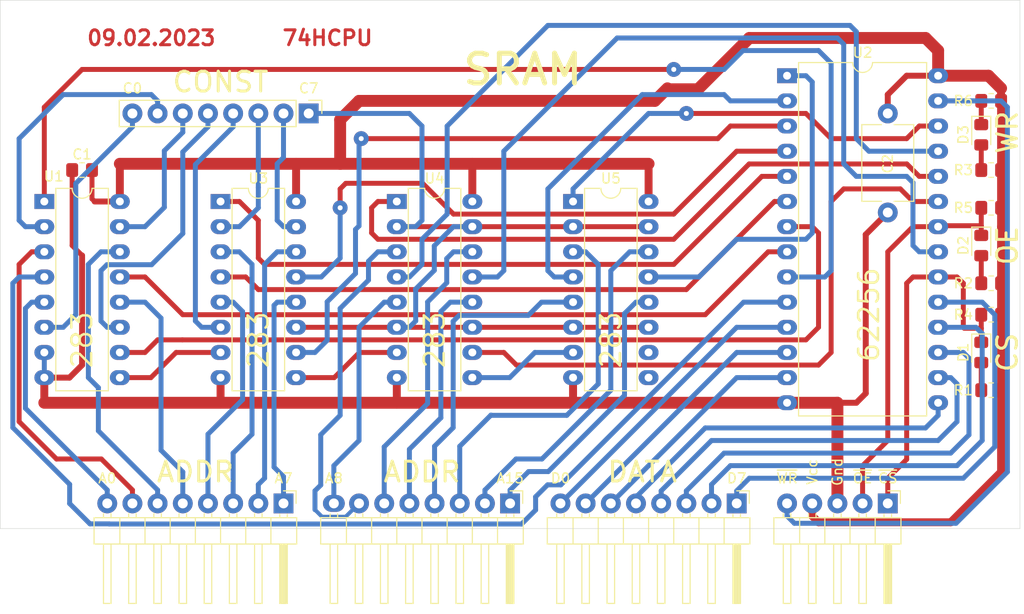
<source format=kicad_pcb>
(kicad_pcb (version 20171130) (host pcbnew "(5.1.8)-1")

  (general
    (thickness 1.6)
    (drawings 32)
    (tracks 437)
    (zones 0)
    (modules 21)
    (nets 61)
  )

  (page A4 portrait)
  (layers
    (0 F.Cu signal)
    (31 B.Cu signal)
    (32 B.Adhes user)
    (33 F.Adhes user)
    (34 B.Paste user)
    (35 F.Paste user)
    (36 B.SilkS user)
    (37 F.SilkS user)
    (38 B.Mask user)
    (39 F.Mask user)
    (40 Dwgs.User user)
    (41 Cmts.User user)
    (42 Eco1.User user)
    (43 Eco2.User user)
    (44 Edge.Cuts user)
    (45 Margin user)
    (46 B.CrtYd user)
    (47 F.CrtYd user)
    (48 B.Fab user)
    (49 F.Fab user)
  )

  (setup
    (last_trace_width 0.5)
    (user_trace_width 0.5)
    (user_trace_width 0.6)
    (user_trace_width 0.8)
    (user_trace_width 1)
    (user_trace_width 1.2)
    (trace_clearance 0.2)
    (zone_clearance 0.508)
    (zone_45_only no)
    (trace_min 0.2)
    (via_size 0.8)
    (via_drill 0.4)
    (via_min_size 0.4)
    (via_min_drill 0.3)
    (user_via 1.5 0.5)
    (uvia_size 0.3)
    (uvia_drill 0.1)
    (uvias_allowed no)
    (uvia_min_size 0.2)
    (uvia_min_drill 0.1)
    (edge_width 0.05)
    (segment_width 0.2)
    (pcb_text_width 0.3)
    (pcb_text_size 1.5 1.5)
    (mod_edge_width 0.12)
    (mod_text_size 1 1)
    (mod_text_width 0.15)
    (pad_size 1.7 2.2)
    (pad_drill 1)
    (pad_to_mask_clearance 0)
    (aux_axis_origin 0 0)
    (visible_elements 7FFFFFFF)
    (pcbplotparams
      (layerselection 0x010f0_ffffffff)
      (usegerberextensions false)
      (usegerberattributes true)
      (usegerberadvancedattributes true)
      (creategerberjobfile false)
      (excludeedgelayer true)
      (linewidth 0.100000)
      (plotframeref false)
      (viasonmask false)
      (mode 1)
      (useauxorigin false)
      (hpglpennumber 1)
      (hpglpenspeed 20)
      (hpglpendiameter 15.000000)
      (psnegative false)
      (psa4output false)
      (plotreference true)
      (plotvalue true)
      (plotinvisibletext false)
      (padsonsilk false)
      (subtractmaskfromsilk false)
      (outputformat 1)
      (mirror false)
      (drillshape 0)
      (scaleselection 1)
      (outputdirectory "gerber/"))
  )

  (net 0 "")
  (net 1 VCC)
  (net 2 GND)
  (net 3 /A7)
  (net 4 /A6)
  (net 5 /A5)
  (net 6 /A4)
  (net 7 /A3)
  (net 8 /A2)
  (net 9 /A1)
  (net 10 /A0)
  (net 11 /A8)
  (net 12 /A9)
  (net 13 /A10)
  (net 14 /A11)
  (net 15 /A12)
  (net 16 /A13)
  (net 17 /A14)
  (net 18 /A15)
  (net 19 /D7)
  (net 20 /D6)
  (net 21 /D5)
  (net 22 /D4)
  (net 23 /D3)
  (net 24 /D2)
  (net 25 /D1)
  (net 26 /D0)
  (net 27 /~CS)
  (net 28 /~OE)
  (net 29 /~WR)
  (net 30 /C0)
  (net 31 /C1)
  (net 32 /C2)
  (net 33 /C3)
  (net 34 /C4)
  (net 35 /C5)
  (net 36 /C6)
  (net 37 /C7)
  (net 38 "Net-(U1-Pad1)")
  (net 39 "Net-(U1-Pad9)")
  (net 40 "Net-(U1-Pad10)")
  (net 41 "Net-(U1-Pad4)")
  (net 42 "Net-(U1-Pad13)")
  (net 43 "Net-(U2-Pad1)")
  (net 44 "Net-(U2-Pad2)")
  (net 45 "Net-(U2-Pad3)")
  (net 46 "Net-(U2-Pad4)")
  (net 47 "Net-(U2-Pad5)")
  (net 48 "Net-(U2-Pad6)")
  (net 49 "Net-(U2-Pad21)")
  (net 50 "Net-(U2-Pad23)")
  (net 51 "Net-(U2-Pad24)")
  (net 52 "Net-(U2-Pad25)")
  (net 53 "Net-(U2-Pad26)")
  (net 54 "Net-(U3-Pad9)")
  (net 55 "Net-(U4-Pad9)")
  (net 56 "Net-(U5-Pad10)")
  (net 57 "Net-(U5-Pad9)")
  (net 58 "Net-(D1-Pad2)")
  (net 59 "Net-(D2-Pad2)")
  (net 60 "Net-(D3-Pad2)")

  (net_class Default "This is the default net class."
    (clearance 0.2)
    (trace_width 0.5)
    (via_dia 0.8)
    (via_drill 0.4)
    (uvia_dia 0.3)
    (uvia_drill 0.1)
    (add_net /A0)
    (add_net /A1)
    (add_net /A10)
    (add_net /A11)
    (add_net /A12)
    (add_net /A13)
    (add_net /A14)
    (add_net /A15)
    (add_net /A2)
    (add_net /A3)
    (add_net /A4)
    (add_net /A5)
    (add_net /A6)
    (add_net /A7)
    (add_net /A8)
    (add_net /A9)
    (add_net /C0)
    (add_net /C1)
    (add_net /C2)
    (add_net /C3)
    (add_net /C4)
    (add_net /C5)
    (add_net /C6)
    (add_net /C7)
    (add_net /D0)
    (add_net /D1)
    (add_net /D2)
    (add_net /D3)
    (add_net /D4)
    (add_net /D5)
    (add_net /D6)
    (add_net /D7)
    (add_net /~CS)
    (add_net /~OE)
    (add_net /~WR)
    (add_net GND)
    (add_net "Net-(D1-Pad2)")
    (add_net "Net-(D2-Pad2)")
    (add_net "Net-(D3-Pad2)")
    (add_net "Net-(U1-Pad1)")
    (add_net "Net-(U1-Pad10)")
    (add_net "Net-(U1-Pad13)")
    (add_net "Net-(U1-Pad4)")
    (add_net "Net-(U1-Pad9)")
    (add_net "Net-(U2-Pad1)")
    (add_net "Net-(U2-Pad2)")
    (add_net "Net-(U2-Pad21)")
    (add_net "Net-(U2-Pad23)")
    (add_net "Net-(U2-Pad24)")
    (add_net "Net-(U2-Pad25)")
    (add_net "Net-(U2-Pad26)")
    (add_net "Net-(U2-Pad3)")
    (add_net "Net-(U2-Pad4)")
    (add_net "Net-(U2-Pad5)")
    (add_net "Net-(U2-Pad6)")
    (add_net "Net-(U3-Pad9)")
    (add_net "Net-(U4-Pad9)")
    (add_net "Net-(U5-Pad10)")
    (add_net "Net-(U5-Pad9)")
    (add_net VCC)
  )

  (module LED_SMD:LED_0805_2012Metric_Pad1.15x1.40mm_HandSolder (layer F.Cu) (tedit 5F68FEF1) (tstamp 63D6AA14)
    (at 156.75 49.14 270)
    (descr "LED SMD 0805 (2012 Metric), square (rectangular) end terminal, IPC_7351 nominal, (Body size source: https://docs.google.com/spreadsheets/d/1BsfQQcO9C6DZCsRaXUlFlo91Tg2WpOkGARC1WS5S8t0/edit?usp=sharing), generated with kicad-footprint-generator")
    (tags "LED handsolder")
    (path /63D7E1C1)
    (attr smd)
    (fp_text reference D3 (at 0 1.81 90) (layer F.SilkS)
      (effects (font (size 1 1) (thickness 0.15)))
    )
    (fp_text value LED (at 0 1.65 90) (layer F.Fab)
      (effects (font (size 1 1) (thickness 0.15)))
    )
    (fp_line (start 1 -0.6) (end -0.7 -0.6) (layer F.Fab) (width 0.1))
    (fp_line (start -0.7 -0.6) (end -1 -0.3) (layer F.Fab) (width 0.1))
    (fp_line (start -1 -0.3) (end -1 0.6) (layer F.Fab) (width 0.1))
    (fp_line (start -1 0.6) (end 1 0.6) (layer F.Fab) (width 0.1))
    (fp_line (start 1 0.6) (end 1 -0.6) (layer F.Fab) (width 0.1))
    (fp_line (start 1 -0.96) (end -1.86 -0.96) (layer F.SilkS) (width 0.12))
    (fp_line (start -1.86 -0.96) (end -1.86 0.96) (layer F.SilkS) (width 0.12))
    (fp_line (start -1.86 0.96) (end 1 0.96) (layer F.SilkS) (width 0.12))
    (fp_line (start -1.85 0.95) (end -1.85 -0.95) (layer F.CrtYd) (width 0.05))
    (fp_line (start -1.85 -0.95) (end 1.85 -0.95) (layer F.CrtYd) (width 0.05))
    (fp_line (start 1.85 -0.95) (end 1.85 0.95) (layer F.CrtYd) (width 0.05))
    (fp_line (start 1.85 0.95) (end -1.85 0.95) (layer F.CrtYd) (width 0.05))
    (fp_text user %R (at 0 0 90) (layer F.Fab)
      (effects (font (size 0.5 0.5) (thickness 0.08)))
    )
    (pad 2 smd roundrect (at 1.025 0 270) (size 1.15 1.4) (layers F.Cu F.Paste F.Mask) (roundrect_rratio 0.2173904347826087)
      (net 60 "Net-(D3-Pad2)"))
    (pad 1 smd roundrect (at -1.025 0 270) (size 1.15 1.4) (layers F.Cu F.Paste F.Mask) (roundrect_rratio 0.2173904347826087)
      (net 29 /~WR))
    (model ${KISYS3DMOD}/LED_SMD.3dshapes/LED_0805_2012Metric.wrl
      (at (xyz 0 0 0))
      (scale (xyz 1 1 1))
      (rotate (xyz 0 0 0))
    )
  )

  (module LED_SMD:LED_0805_2012Metric_Pad1.15x1.40mm_HandSolder (layer F.Cu) (tedit 5F68FEF1) (tstamp 63D6AA01)
    (at 156.75 60.325 270)
    (descr "LED SMD 0805 (2012 Metric), square (rectangular) end terminal, IPC_7351 nominal, (Body size source: https://docs.google.com/spreadsheets/d/1BsfQQcO9C6DZCsRaXUlFlo91Tg2WpOkGARC1WS5S8t0/edit?usp=sharing), generated with kicad-footprint-generator")
    (tags "LED handsolder")
    (path /63D7DE5B)
    (attr smd)
    (fp_text reference D2 (at 0 1.81 90) (layer F.SilkS)
      (effects (font (size 1 1) (thickness 0.15)))
    )
    (fp_text value LED (at 0 1.65 90) (layer F.Fab)
      (effects (font (size 1 1) (thickness 0.15)))
    )
    (fp_line (start 1 -0.6) (end -0.7 -0.6) (layer F.Fab) (width 0.1))
    (fp_line (start -0.7 -0.6) (end -1 -0.3) (layer F.Fab) (width 0.1))
    (fp_line (start -1 -0.3) (end -1 0.6) (layer F.Fab) (width 0.1))
    (fp_line (start -1 0.6) (end 1 0.6) (layer F.Fab) (width 0.1))
    (fp_line (start 1 0.6) (end 1 -0.6) (layer F.Fab) (width 0.1))
    (fp_line (start 1 -0.96) (end -1.86 -0.96) (layer F.SilkS) (width 0.12))
    (fp_line (start -1.86 -0.96) (end -1.86 0.96) (layer F.SilkS) (width 0.12))
    (fp_line (start -1.86 0.96) (end 1 0.96) (layer F.SilkS) (width 0.12))
    (fp_line (start -1.85 0.95) (end -1.85 -0.95) (layer F.CrtYd) (width 0.05))
    (fp_line (start -1.85 -0.95) (end 1.85 -0.95) (layer F.CrtYd) (width 0.05))
    (fp_line (start 1.85 -0.95) (end 1.85 0.95) (layer F.CrtYd) (width 0.05))
    (fp_line (start 1.85 0.95) (end -1.85 0.95) (layer F.CrtYd) (width 0.05))
    (fp_text user %R (at 0 0 90) (layer F.Fab)
      (effects (font (size 0.5 0.5) (thickness 0.08)))
    )
    (pad 2 smd roundrect (at 1.025 0 270) (size 1.15 1.4) (layers F.Cu F.Paste F.Mask) (roundrect_rratio 0.2173904347826087)
      (net 59 "Net-(D2-Pad2)"))
    (pad 1 smd roundrect (at -1.025 0 270) (size 1.15 1.4) (layers F.Cu F.Paste F.Mask) (roundrect_rratio 0.2173904347826087)
      (net 28 /~OE))
    (model ${KISYS3DMOD}/LED_SMD.3dshapes/LED_0805_2012Metric.wrl
      (at (xyz 0 0 0))
      (scale (xyz 1 1 1))
      (rotate (xyz 0 0 0))
    )
  )

  (module LED_SMD:LED_0805_2012Metric_Pad1.15x1.40mm_HandSolder (layer F.Cu) (tedit 5F68FEF1) (tstamp 63D6A9EE)
    (at 156.75 71.12 270)
    (descr "LED SMD 0805 (2012 Metric), square (rectangular) end terminal, IPC_7351 nominal, (Body size source: https://docs.google.com/spreadsheets/d/1BsfQQcO9C6DZCsRaXUlFlo91Tg2WpOkGARC1WS5S8t0/edit?usp=sharing), generated with kicad-footprint-generator")
    (tags "LED handsolder")
    (path /63D6EC9D)
    (attr smd)
    (fp_text reference D1 (at 0 1.81 90) (layer F.SilkS)
      (effects (font (size 1 1) (thickness 0.15)))
    )
    (fp_text value LED (at 0 1.65 90) (layer F.Fab)
      (effects (font (size 1 1) (thickness 0.15)))
    )
    (fp_line (start 1 -0.6) (end -0.7 -0.6) (layer F.Fab) (width 0.1))
    (fp_line (start -0.7 -0.6) (end -1 -0.3) (layer F.Fab) (width 0.1))
    (fp_line (start -1 -0.3) (end -1 0.6) (layer F.Fab) (width 0.1))
    (fp_line (start -1 0.6) (end 1 0.6) (layer F.Fab) (width 0.1))
    (fp_line (start 1 0.6) (end 1 -0.6) (layer F.Fab) (width 0.1))
    (fp_line (start 1 -0.96) (end -1.86 -0.96) (layer F.SilkS) (width 0.12))
    (fp_line (start -1.86 -0.96) (end -1.86 0.96) (layer F.SilkS) (width 0.12))
    (fp_line (start -1.86 0.96) (end 1 0.96) (layer F.SilkS) (width 0.12))
    (fp_line (start -1.85 0.95) (end -1.85 -0.95) (layer F.CrtYd) (width 0.05))
    (fp_line (start -1.85 -0.95) (end 1.85 -0.95) (layer F.CrtYd) (width 0.05))
    (fp_line (start 1.85 -0.95) (end 1.85 0.95) (layer F.CrtYd) (width 0.05))
    (fp_line (start 1.85 0.95) (end -1.85 0.95) (layer F.CrtYd) (width 0.05))
    (fp_text user %R (at 0 0 90) (layer F.Fab)
      (effects (font (size 0.5 0.5) (thickness 0.08)))
    )
    (pad 2 smd roundrect (at 1.025 0 270) (size 1.15 1.4) (layers F.Cu F.Paste F.Mask) (roundrect_rratio 0.2173904347826087)
      (net 58 "Net-(D1-Pad2)"))
    (pad 1 smd roundrect (at -1.025 0 270) (size 1.15 1.4) (layers F.Cu F.Paste F.Mask) (roundrect_rratio 0.2173904347826087)
      (net 27 /~CS))
    (model ${KISYS3DMOD}/LED_SMD.3dshapes/LED_0805_2012Metric.wrl
      (at (xyz 0 0 0))
      (scale (xyz 1 1 1))
      (rotate (xyz 0 0 0))
    )
  )

  (module Capacitor_THT:C_Disc_D7.5mm_W5.0mm_P10.00mm (layer F.Cu) (tedit 5AE50EF0) (tstamp 63D6DA03)
    (at 147.32 46.99 270)
    (descr "C, Disc series, Radial, pin pitch=10.00mm, , diameter*width=7.5*5.0mm^2, Capacitor, http://www.vishay.com/docs/28535/vy2series.pdf")
    (tags "C Disc series Radial pin pitch 10.00mm  diameter 7.5mm width 5.0mm Capacitor")
    (path /63E17CE7)
    (fp_text reference C2 (at 5.08 0 90) (layer F.SilkS)
      (effects (font (size 1 1) (thickness 0.15)))
    )
    (fp_text value 0.1uF (at 5 3.75 90) (layer F.Fab)
      (effects (font (size 1 1) (thickness 0.15)))
    )
    (fp_line (start 11.25 -2.75) (end -1.25 -2.75) (layer F.CrtYd) (width 0.05))
    (fp_line (start 11.25 2.75) (end 11.25 -2.75) (layer F.CrtYd) (width 0.05))
    (fp_line (start -1.25 2.75) (end 11.25 2.75) (layer F.CrtYd) (width 0.05))
    (fp_line (start -1.25 -2.75) (end -1.25 2.75) (layer F.CrtYd) (width 0.05))
    (fp_line (start 8.87 0.636) (end 8.87 2.62) (layer F.SilkS) (width 0.12))
    (fp_line (start 8.87 -2.62) (end 8.87 -0.636) (layer F.SilkS) (width 0.12))
    (fp_line (start 1.13 0.636) (end 1.13 2.62) (layer F.SilkS) (width 0.12))
    (fp_line (start 1.13 -2.62) (end 1.13 -0.636) (layer F.SilkS) (width 0.12))
    (fp_line (start 1.13 2.62) (end 8.87 2.62) (layer F.SilkS) (width 0.12))
    (fp_line (start 1.13 -2.62) (end 8.87 -2.62) (layer F.SilkS) (width 0.12))
    (fp_line (start 8.75 -2.5) (end 1.25 -2.5) (layer F.Fab) (width 0.1))
    (fp_line (start 8.75 2.5) (end 8.75 -2.5) (layer F.Fab) (width 0.1))
    (fp_line (start 1.25 2.5) (end 8.75 2.5) (layer F.Fab) (width 0.1))
    (fp_line (start 1.25 -2.5) (end 1.25 2.5) (layer F.Fab) (width 0.1))
    (fp_text user %R (at 5 0 90) (layer F.Fab)
      (effects (font (size 1 1) (thickness 0.15)))
    )
    (pad 2 thru_hole circle (at 10 0 270) (size 2 2) (drill 1) (layers *.Cu *.Mask)
      (net 2 GND))
    (pad 1 thru_hole circle (at 0 0 270) (size 2 2) (drill 1) (layers *.Cu *.Mask)
      (net 1 VCC))
    (model ${KISYS3DMOD}/Capacitor_THT.3dshapes/C_Disc_D7.5mm_W5.0mm_P10.00mm.wrl
      (at (xyz 0 0 0))
      (scale (xyz 1 1 1))
      (rotate (xyz 0 0 0))
    )
  )

  (module Connector_PinHeader_2.54mm:PinHeader_1x08_P2.54mm_Vertical (layer F.Cu) (tedit 59FED5CC) (tstamp 63D67E3A)
    (at 88.9 46.99 270)
    (descr "Through hole straight pin header, 1x08, 2.54mm pitch, single row")
    (tags "Through hole pin header THT 1x08 2.54mm single row")
    (path /63DC20C8)
    (fp_text reference J5 (at 0 -2.33 90) (layer F.SilkS) hide
      (effects (font (size 1 1) (thickness 0.15)))
    )
    (fp_text value Conn_01x08_Male (at -2.54 7.62 180) (layer F.Fab)
      (effects (font (size 1 1) (thickness 0.15)))
    )
    (fp_line (start 1.8 -1.8) (end -1.8 -1.8) (layer F.CrtYd) (width 0.05))
    (fp_line (start 1.8 19.55) (end 1.8 -1.8) (layer F.CrtYd) (width 0.05))
    (fp_line (start -1.8 19.55) (end 1.8 19.55) (layer F.CrtYd) (width 0.05))
    (fp_line (start -1.8 -1.8) (end -1.8 19.55) (layer F.CrtYd) (width 0.05))
    (fp_line (start -1.33 -1.33) (end 0 -1.33) (layer F.SilkS) (width 0.12))
    (fp_line (start -1.33 0) (end -1.33 -1.33) (layer F.SilkS) (width 0.12))
    (fp_line (start -1.33 1.27) (end 1.33 1.27) (layer F.SilkS) (width 0.12))
    (fp_line (start 1.33 1.27) (end 1.33 19.11) (layer F.SilkS) (width 0.12))
    (fp_line (start -1.33 1.27) (end -1.33 19.11) (layer F.SilkS) (width 0.12))
    (fp_line (start -1.33 19.11) (end 1.33 19.11) (layer F.SilkS) (width 0.12))
    (fp_line (start -1.27 -0.635) (end -0.635 -1.27) (layer F.Fab) (width 0.1))
    (fp_line (start -1.27 19.05) (end -1.27 -0.635) (layer F.Fab) (width 0.1))
    (fp_line (start 1.27 19.05) (end -1.27 19.05) (layer F.Fab) (width 0.1))
    (fp_line (start 1.27 -1.27) (end 1.27 19.05) (layer F.Fab) (width 0.1))
    (fp_line (start -0.635 -1.27) (end 1.27 -1.27) (layer F.Fab) (width 0.1))
    (fp_text user %R (at 0 8.89) (layer F.Fab)
      (effects (font (size 1 1) (thickness 0.15)))
    )
    (pad 8 thru_hole oval (at 0 17.78 270) (size 2 2) (drill 1) (layers *.Cu *.Mask)
      (net 30 /C0))
    (pad 7 thru_hole oval (at 0 15.24 270) (size 2 2) (drill 1) (layers *.Cu *.Mask)
      (net 31 /C1))
    (pad 6 thru_hole oval (at 0 12.7 270) (size 2 2) (drill 1) (layers *.Cu *.Mask)
      (net 32 /C2))
    (pad 5 thru_hole oval (at 0 10.16 270) (size 2 2) (drill 1) (layers *.Cu *.Mask)
      (net 33 /C3))
    (pad 4 thru_hole oval (at 0 7.62 270) (size 2 2) (drill 1) (layers *.Cu *.Mask)
      (net 34 /C4))
    (pad 3 thru_hole oval (at 0 5.08 270) (size 2 2) (drill 1) (layers *.Cu *.Mask)
      (net 35 /C5))
    (pad 2 thru_hole oval (at 0 2.54 270) (size 2 2) (drill 1) (layers *.Cu *.Mask)
      (net 36 /C6))
    (pad 1 thru_hole rect (at 0 0 270) (size 2 2) (drill 1) (layers *.Cu *.Mask)
      (net 37 /C7))
    (model ${KISYS3DMOD}/Connector_PinHeader_2.54mm.3dshapes/PinHeader_1x08_P2.54mm_Vertical.wrl
      (at (xyz 0 0 0))
      (scale (xyz 1 1 1))
      (rotate (xyz 0 0 0))
    )
  )

  (module Resistor_SMD:R_0805_2012Metric_Pad1.20x1.40mm_HandSolder (layer F.Cu) (tedit 5F68FEEE) (tstamp 63D67BDC)
    (at 66.04 52.705 180)
    (descr "Resistor SMD 0805 (2012 Metric), square (rectangular) end terminal, IPC_7351 nominal with elongated pad for handsoldering. (Body size source: IPC-SM-782 page 72, https://www.pcb-3d.com/wordpress/wp-content/uploads/ipc-sm-782a_amendment_1_and_2.pdf), generated with kicad-footprint-generator")
    (tags "resistor handsolder")
    (path /63DD1002)
    (attr smd)
    (fp_text reference C1 (at 0 1.5875) (layer F.SilkS)
      (effects (font (size 1 1) (thickness 0.15)))
    )
    (fp_text value 0.1uF (at 0 1.65) (layer F.Fab)
      (effects (font (size 1 1) (thickness 0.15)))
    )
    (fp_line (start 1.85 0.95) (end -1.85 0.95) (layer F.CrtYd) (width 0.05))
    (fp_line (start 1.85 -0.95) (end 1.85 0.95) (layer F.CrtYd) (width 0.05))
    (fp_line (start -1.85 -0.95) (end 1.85 -0.95) (layer F.CrtYd) (width 0.05))
    (fp_line (start -1.85 0.95) (end -1.85 -0.95) (layer F.CrtYd) (width 0.05))
    (fp_line (start -0.227064 0.735) (end 0.227064 0.735) (layer F.SilkS) (width 0.12))
    (fp_line (start -0.227064 -0.735) (end 0.227064 -0.735) (layer F.SilkS) (width 0.12))
    (fp_line (start 1 0.625) (end -1 0.625) (layer F.Fab) (width 0.1))
    (fp_line (start 1 -0.625) (end 1 0.625) (layer F.Fab) (width 0.1))
    (fp_line (start -1 -0.625) (end 1 -0.625) (layer F.Fab) (width 0.1))
    (fp_line (start -1 0.625) (end -1 -0.625) (layer F.Fab) (width 0.1))
    (fp_text user %R (at 0 0) (layer F.Fab)
      (effects (font (size 0.5 0.5) (thickness 0.08)))
    )
    (pad 1 smd roundrect (at -1 0 180) (size 1.2 1.4) (layers F.Cu F.Paste F.Mask) (roundrect_rratio 0.2083325)
      (net 1 VCC))
    (pad 2 smd roundrect (at 1 0 180) (size 1.2 1.4) (layers F.Cu F.Paste F.Mask) (roundrect_rratio 0.2083325)
      (net 2 GND))
    (model ${KISYS3DMOD}/Resistor_SMD.3dshapes/R_0805_2012Metric.wrl
      (at (xyz 0 0 0))
      (scale (xyz 1 1 1))
      (rotate (xyz 0 0 0))
    )
  )

  (module Connector_PinHeader_2.54mm:PinHeader_1x08_P2.54mm_Horizontal (layer F.Cu) (tedit 59FED5CB) (tstamp 63D67C5D)
    (at 86.36 86.36 270)
    (descr "Through hole angled pin header, 1x08, 2.54mm pitch, 6mm pin length, single row")
    (tags "Through hole angled pin header THT 1x08 2.54mm single row")
    (path /63D8CE4B)
    (fp_text reference J1 (at 0 -2.27 90) (layer F.SilkS) hide
      (effects (font (size 1 1) (thickness 0.15)))
    )
    (fp_text value Conn_01x08_Male (at 4.385 20.05 90) (layer F.Fab)
      (effects (font (size 1 1) (thickness 0.15)))
    )
    (fp_line (start 10.55 -1.8) (end -1.8 -1.8) (layer F.CrtYd) (width 0.05))
    (fp_line (start 10.55 19.55) (end 10.55 -1.8) (layer F.CrtYd) (width 0.05))
    (fp_line (start -1.8 19.55) (end 10.55 19.55) (layer F.CrtYd) (width 0.05))
    (fp_line (start -1.8 -1.8) (end -1.8 19.55) (layer F.CrtYd) (width 0.05))
    (fp_line (start -1.27 -1.27) (end 0 -1.27) (layer F.SilkS) (width 0.12))
    (fp_line (start -1.27 0) (end -1.27 -1.27) (layer F.SilkS) (width 0.12))
    (fp_line (start 1.042929 18.16) (end 1.44 18.16) (layer F.SilkS) (width 0.12))
    (fp_line (start 1.042929 17.4) (end 1.44 17.4) (layer F.SilkS) (width 0.12))
    (fp_line (start 10.1 18.16) (end 4.1 18.16) (layer F.SilkS) (width 0.12))
    (fp_line (start 10.1 17.4) (end 10.1 18.16) (layer F.SilkS) (width 0.12))
    (fp_line (start 4.1 17.4) (end 10.1 17.4) (layer F.SilkS) (width 0.12))
    (fp_line (start 1.44 16.51) (end 4.1 16.51) (layer F.SilkS) (width 0.12))
    (fp_line (start 1.042929 15.62) (end 1.44 15.62) (layer F.SilkS) (width 0.12))
    (fp_line (start 1.042929 14.86) (end 1.44 14.86) (layer F.SilkS) (width 0.12))
    (fp_line (start 10.1 15.62) (end 4.1 15.62) (layer F.SilkS) (width 0.12))
    (fp_line (start 10.1 14.86) (end 10.1 15.62) (layer F.SilkS) (width 0.12))
    (fp_line (start 4.1 14.86) (end 10.1 14.86) (layer F.SilkS) (width 0.12))
    (fp_line (start 1.44 13.97) (end 4.1 13.97) (layer F.SilkS) (width 0.12))
    (fp_line (start 1.042929 13.08) (end 1.44 13.08) (layer F.SilkS) (width 0.12))
    (fp_line (start 1.042929 12.32) (end 1.44 12.32) (layer F.SilkS) (width 0.12))
    (fp_line (start 10.1 13.08) (end 4.1 13.08) (layer F.SilkS) (width 0.12))
    (fp_line (start 10.1 12.32) (end 10.1 13.08) (layer F.SilkS) (width 0.12))
    (fp_line (start 4.1 12.32) (end 10.1 12.32) (layer F.SilkS) (width 0.12))
    (fp_line (start 1.44 11.43) (end 4.1 11.43) (layer F.SilkS) (width 0.12))
    (fp_line (start 1.042929 10.54) (end 1.44 10.54) (layer F.SilkS) (width 0.12))
    (fp_line (start 1.042929 9.78) (end 1.44 9.78) (layer F.SilkS) (width 0.12))
    (fp_line (start 10.1 10.54) (end 4.1 10.54) (layer F.SilkS) (width 0.12))
    (fp_line (start 10.1 9.78) (end 10.1 10.54) (layer F.SilkS) (width 0.12))
    (fp_line (start 4.1 9.78) (end 10.1 9.78) (layer F.SilkS) (width 0.12))
    (fp_line (start 1.44 8.89) (end 4.1 8.89) (layer F.SilkS) (width 0.12))
    (fp_line (start 1.042929 8) (end 1.44 8) (layer F.SilkS) (width 0.12))
    (fp_line (start 1.042929 7.24) (end 1.44 7.24) (layer F.SilkS) (width 0.12))
    (fp_line (start 10.1 8) (end 4.1 8) (layer F.SilkS) (width 0.12))
    (fp_line (start 10.1 7.24) (end 10.1 8) (layer F.SilkS) (width 0.12))
    (fp_line (start 4.1 7.24) (end 10.1 7.24) (layer F.SilkS) (width 0.12))
    (fp_line (start 1.44 6.35) (end 4.1 6.35) (layer F.SilkS) (width 0.12))
    (fp_line (start 1.042929 5.46) (end 1.44 5.46) (layer F.SilkS) (width 0.12))
    (fp_line (start 1.042929 4.7) (end 1.44 4.7) (layer F.SilkS) (width 0.12))
    (fp_line (start 10.1 5.46) (end 4.1 5.46) (layer F.SilkS) (width 0.12))
    (fp_line (start 10.1 4.7) (end 10.1 5.46) (layer F.SilkS) (width 0.12))
    (fp_line (start 4.1 4.7) (end 10.1 4.7) (layer F.SilkS) (width 0.12))
    (fp_line (start 1.44 3.81) (end 4.1 3.81) (layer F.SilkS) (width 0.12))
    (fp_line (start 1.042929 2.92) (end 1.44 2.92) (layer F.SilkS) (width 0.12))
    (fp_line (start 1.042929 2.16) (end 1.44 2.16) (layer F.SilkS) (width 0.12))
    (fp_line (start 10.1 2.92) (end 4.1 2.92) (layer F.SilkS) (width 0.12))
    (fp_line (start 10.1 2.16) (end 10.1 2.92) (layer F.SilkS) (width 0.12))
    (fp_line (start 4.1 2.16) (end 10.1 2.16) (layer F.SilkS) (width 0.12))
    (fp_line (start 1.44 1.27) (end 4.1 1.27) (layer F.SilkS) (width 0.12))
    (fp_line (start 1.11 0.38) (end 1.44 0.38) (layer F.SilkS) (width 0.12))
    (fp_line (start 1.11 -0.38) (end 1.44 -0.38) (layer F.SilkS) (width 0.12))
    (fp_line (start 4.1 0.28) (end 10.1 0.28) (layer F.SilkS) (width 0.12))
    (fp_line (start 4.1 0.16) (end 10.1 0.16) (layer F.SilkS) (width 0.12))
    (fp_line (start 4.1 0.04) (end 10.1 0.04) (layer F.SilkS) (width 0.12))
    (fp_line (start 4.1 -0.08) (end 10.1 -0.08) (layer F.SilkS) (width 0.12))
    (fp_line (start 4.1 -0.2) (end 10.1 -0.2) (layer F.SilkS) (width 0.12))
    (fp_line (start 4.1 -0.32) (end 10.1 -0.32) (layer F.SilkS) (width 0.12))
    (fp_line (start 10.1 0.38) (end 4.1 0.38) (layer F.SilkS) (width 0.12))
    (fp_line (start 10.1 -0.38) (end 10.1 0.38) (layer F.SilkS) (width 0.12))
    (fp_line (start 4.1 -0.38) (end 10.1 -0.38) (layer F.SilkS) (width 0.12))
    (fp_line (start 4.1 -1.33) (end 1.44 -1.33) (layer F.SilkS) (width 0.12))
    (fp_line (start 4.1 19.11) (end 4.1 -1.33) (layer F.SilkS) (width 0.12))
    (fp_line (start 1.44 19.11) (end 4.1 19.11) (layer F.SilkS) (width 0.12))
    (fp_line (start 1.44 -1.33) (end 1.44 19.11) (layer F.SilkS) (width 0.12))
    (fp_line (start 4.04 18.1) (end 10.04 18.1) (layer F.Fab) (width 0.1))
    (fp_line (start 10.04 17.46) (end 10.04 18.1) (layer F.Fab) (width 0.1))
    (fp_line (start 4.04 17.46) (end 10.04 17.46) (layer F.Fab) (width 0.1))
    (fp_line (start -0.32 18.1) (end 1.5 18.1) (layer F.Fab) (width 0.1))
    (fp_line (start -0.32 17.46) (end -0.32 18.1) (layer F.Fab) (width 0.1))
    (fp_line (start -0.32 17.46) (end 1.5 17.46) (layer F.Fab) (width 0.1))
    (fp_line (start 4.04 15.56) (end 10.04 15.56) (layer F.Fab) (width 0.1))
    (fp_line (start 10.04 14.92) (end 10.04 15.56) (layer F.Fab) (width 0.1))
    (fp_line (start 4.04 14.92) (end 10.04 14.92) (layer F.Fab) (width 0.1))
    (fp_line (start -0.32 15.56) (end 1.5 15.56) (layer F.Fab) (width 0.1))
    (fp_line (start -0.32 14.92) (end -0.32 15.56) (layer F.Fab) (width 0.1))
    (fp_line (start -0.32 14.92) (end 1.5 14.92) (layer F.Fab) (width 0.1))
    (fp_line (start 4.04 13.02) (end 10.04 13.02) (layer F.Fab) (width 0.1))
    (fp_line (start 10.04 12.38) (end 10.04 13.02) (layer F.Fab) (width 0.1))
    (fp_line (start 4.04 12.38) (end 10.04 12.38) (layer F.Fab) (width 0.1))
    (fp_line (start -0.32 13.02) (end 1.5 13.02) (layer F.Fab) (width 0.1))
    (fp_line (start -0.32 12.38) (end -0.32 13.02) (layer F.Fab) (width 0.1))
    (fp_line (start -0.32 12.38) (end 1.5 12.38) (layer F.Fab) (width 0.1))
    (fp_line (start 4.04 10.48) (end 10.04 10.48) (layer F.Fab) (width 0.1))
    (fp_line (start 10.04 9.84) (end 10.04 10.48) (layer F.Fab) (width 0.1))
    (fp_line (start 4.04 9.84) (end 10.04 9.84) (layer F.Fab) (width 0.1))
    (fp_line (start -0.32 10.48) (end 1.5 10.48) (layer F.Fab) (width 0.1))
    (fp_line (start -0.32 9.84) (end -0.32 10.48) (layer F.Fab) (width 0.1))
    (fp_line (start -0.32 9.84) (end 1.5 9.84) (layer F.Fab) (width 0.1))
    (fp_line (start 4.04 7.94) (end 10.04 7.94) (layer F.Fab) (width 0.1))
    (fp_line (start 10.04 7.3) (end 10.04 7.94) (layer F.Fab) (width 0.1))
    (fp_line (start 4.04 7.3) (end 10.04 7.3) (layer F.Fab) (width 0.1))
    (fp_line (start -0.32 7.94) (end 1.5 7.94) (layer F.Fab) (width 0.1))
    (fp_line (start -0.32 7.3) (end -0.32 7.94) (layer F.Fab) (width 0.1))
    (fp_line (start -0.32 7.3) (end 1.5 7.3) (layer F.Fab) (width 0.1))
    (fp_line (start 4.04 5.4) (end 10.04 5.4) (layer F.Fab) (width 0.1))
    (fp_line (start 10.04 4.76) (end 10.04 5.4) (layer F.Fab) (width 0.1))
    (fp_line (start 4.04 4.76) (end 10.04 4.76) (layer F.Fab) (width 0.1))
    (fp_line (start -0.32 5.4) (end 1.5 5.4) (layer F.Fab) (width 0.1))
    (fp_line (start -0.32 4.76) (end -0.32 5.4) (layer F.Fab) (width 0.1))
    (fp_line (start -0.32 4.76) (end 1.5 4.76) (layer F.Fab) (width 0.1))
    (fp_line (start 4.04 2.86) (end 10.04 2.86) (layer F.Fab) (width 0.1))
    (fp_line (start 10.04 2.22) (end 10.04 2.86) (layer F.Fab) (width 0.1))
    (fp_line (start 4.04 2.22) (end 10.04 2.22) (layer F.Fab) (width 0.1))
    (fp_line (start -0.32 2.86) (end 1.5 2.86) (layer F.Fab) (width 0.1))
    (fp_line (start -0.32 2.22) (end -0.32 2.86) (layer F.Fab) (width 0.1))
    (fp_line (start -0.32 2.22) (end 1.5 2.22) (layer F.Fab) (width 0.1))
    (fp_line (start 4.04 0.32) (end 10.04 0.32) (layer F.Fab) (width 0.1))
    (fp_line (start 10.04 -0.32) (end 10.04 0.32) (layer F.Fab) (width 0.1))
    (fp_line (start 4.04 -0.32) (end 10.04 -0.32) (layer F.Fab) (width 0.1))
    (fp_line (start -0.32 0.32) (end 1.5 0.32) (layer F.Fab) (width 0.1))
    (fp_line (start -0.32 -0.32) (end -0.32 0.32) (layer F.Fab) (width 0.1))
    (fp_line (start -0.32 -0.32) (end 1.5 -0.32) (layer F.Fab) (width 0.1))
    (fp_line (start 1.5 -0.635) (end 2.135 -1.27) (layer F.Fab) (width 0.1))
    (fp_line (start 1.5 19.05) (end 1.5 -0.635) (layer F.Fab) (width 0.1))
    (fp_line (start 4.04 19.05) (end 1.5 19.05) (layer F.Fab) (width 0.1))
    (fp_line (start 4.04 -1.27) (end 4.04 19.05) (layer F.Fab) (width 0.1))
    (fp_line (start 2.135 -1.27) (end 4.04 -1.27) (layer F.Fab) (width 0.1))
    (fp_text user %R (at 2.77 8.89) (layer F.Fab)
      (effects (font (size 1 1) (thickness 0.15)))
    )
    (pad 1 thru_hole rect (at 0 0 270) (size 2 2) (drill 1) (layers *.Cu *.Mask)
      (net 3 /A7))
    (pad 2 thru_hole oval (at 0 2.54 270) (size 2 2) (drill 1) (layers *.Cu *.Mask)
      (net 4 /A6))
    (pad 3 thru_hole oval (at 0 5.08 270) (size 2 2) (drill 1) (layers *.Cu *.Mask)
      (net 5 /A5))
    (pad 4 thru_hole oval (at 0 7.62 270) (size 2 2) (drill 1) (layers *.Cu *.Mask)
      (net 6 /A4))
    (pad 5 thru_hole oval (at 0 10.16 270) (size 2 2) (drill 1) (layers *.Cu *.Mask)
      (net 7 /A3))
    (pad 6 thru_hole oval (at 0 12.7 270) (size 2 2) (drill 1) (layers *.Cu *.Mask)
      (net 8 /A2))
    (pad 7 thru_hole oval (at 0 15.24 270) (size 2 2) (drill 1) (layers *.Cu *.Mask)
      (net 9 /A1))
    (pad 8 thru_hole oval (at 0 17.78 270) (size 2 2) (drill 1) (layers *.Cu *.Mask)
      (net 10 /A0))
    (model ${KISYS3DMOD}/Connector_PinHeader_2.54mm.3dshapes/PinHeader_1x08_P2.54mm_Horizontal.wrl
      (at (xyz 0 0 0))
      (scale (xyz 1 1 1))
      (rotate (xyz 0 0 0))
    )
  )

  (module Connector_PinHeader_2.54mm:PinHeader_1x08_P2.54mm_Horizontal (layer F.Cu) (tedit 63E52DD2) (tstamp 63D67CDE)
    (at 109.22 86.36 270)
    (descr "Through hole angled pin header, 1x08, 2.54mm pitch, 6mm pin length, single row")
    (tags "Through hole angled pin header THT 1x08 2.54mm single row")
    (path /63D8E866)
    (fp_text reference J2 (at 0 -2.54 90) (layer F.SilkS) hide
      (effects (font (size 1 1) (thickness 0.15)))
    )
    (fp_text value Conn_01x08_Male (at 4.385 20.05 90) (layer F.Fab)
      (effects (font (size 1 1) (thickness 0.15)))
    )
    (fp_line (start 2.135 -1.27) (end 4.04 -1.27) (layer F.Fab) (width 0.1))
    (fp_line (start 4.04 -1.27) (end 4.04 19.05) (layer F.Fab) (width 0.1))
    (fp_line (start 4.04 19.05) (end 1.5 19.05) (layer F.Fab) (width 0.1))
    (fp_line (start 1.5 19.05) (end 1.5 -0.635) (layer F.Fab) (width 0.1))
    (fp_line (start 1.5 -0.635) (end 2.135 -1.27) (layer F.Fab) (width 0.1))
    (fp_line (start -0.32 -0.32) (end 1.5 -0.32) (layer F.Fab) (width 0.1))
    (fp_line (start -0.32 -0.32) (end -0.32 0.32) (layer F.Fab) (width 0.1))
    (fp_line (start -0.32 0.32) (end 1.5 0.32) (layer F.Fab) (width 0.1))
    (fp_line (start 4.04 -0.32) (end 10.04 -0.32) (layer F.Fab) (width 0.1))
    (fp_line (start 10.04 -0.32) (end 10.04 0.32) (layer F.Fab) (width 0.1))
    (fp_line (start 4.04 0.32) (end 10.04 0.32) (layer F.Fab) (width 0.1))
    (fp_line (start -0.32 2.22) (end 1.5 2.22) (layer F.Fab) (width 0.1))
    (fp_line (start -0.32 2.22) (end -0.32 2.86) (layer F.Fab) (width 0.1))
    (fp_line (start -0.32 2.86) (end 1.5 2.86) (layer F.Fab) (width 0.1))
    (fp_line (start 4.04 2.22) (end 10.04 2.22) (layer F.Fab) (width 0.1))
    (fp_line (start 10.04 2.22) (end 10.04 2.86) (layer F.Fab) (width 0.1))
    (fp_line (start 4.04 2.86) (end 10.04 2.86) (layer F.Fab) (width 0.1))
    (fp_line (start -0.32 4.76) (end 1.5 4.76) (layer F.Fab) (width 0.1))
    (fp_line (start -0.32 4.76) (end -0.32 5.4) (layer F.Fab) (width 0.1))
    (fp_line (start -0.32 5.4) (end 1.5 5.4) (layer F.Fab) (width 0.1))
    (fp_line (start 4.04 4.76) (end 10.04 4.76) (layer F.Fab) (width 0.1))
    (fp_line (start 10.04 4.76) (end 10.04 5.4) (layer F.Fab) (width 0.1))
    (fp_line (start 4.04 5.4) (end 10.04 5.4) (layer F.Fab) (width 0.1))
    (fp_line (start -0.32 7.3) (end 1.5 7.3) (layer F.Fab) (width 0.1))
    (fp_line (start -0.32 7.3) (end -0.32 7.94) (layer F.Fab) (width 0.1))
    (fp_line (start -0.32 7.94) (end 1.5 7.94) (layer F.Fab) (width 0.1))
    (fp_line (start 4.04 7.3) (end 10.04 7.3) (layer F.Fab) (width 0.1))
    (fp_line (start 10.04 7.3) (end 10.04 7.94) (layer F.Fab) (width 0.1))
    (fp_line (start 4.04 7.94) (end 10.04 7.94) (layer F.Fab) (width 0.1))
    (fp_line (start -0.32 9.84) (end 1.5 9.84) (layer F.Fab) (width 0.1))
    (fp_line (start -0.32 9.84) (end -0.32 10.48) (layer F.Fab) (width 0.1))
    (fp_line (start -0.32 10.48) (end 1.5 10.48) (layer F.Fab) (width 0.1))
    (fp_line (start 4.04 9.84) (end 10.04 9.84) (layer F.Fab) (width 0.1))
    (fp_line (start 10.04 9.84) (end 10.04 10.48) (layer F.Fab) (width 0.1))
    (fp_line (start 4.04 10.48) (end 10.04 10.48) (layer F.Fab) (width 0.1))
    (fp_line (start -0.32 12.38) (end 1.5 12.38) (layer F.Fab) (width 0.1))
    (fp_line (start -0.32 12.38) (end -0.32 13.02) (layer F.Fab) (width 0.1))
    (fp_line (start -0.32 13.02) (end 1.5 13.02) (layer F.Fab) (width 0.1))
    (fp_line (start 4.04 12.38) (end 10.04 12.38) (layer F.Fab) (width 0.1))
    (fp_line (start 10.04 12.38) (end 10.04 13.02) (layer F.Fab) (width 0.1))
    (fp_line (start 4.04 13.02) (end 10.04 13.02) (layer F.Fab) (width 0.1))
    (fp_line (start -0.32 14.92) (end 1.5 14.92) (layer F.Fab) (width 0.1))
    (fp_line (start -0.32 14.92) (end -0.32 15.56) (layer F.Fab) (width 0.1))
    (fp_line (start -0.32 15.56) (end 1.5 15.56) (layer F.Fab) (width 0.1))
    (fp_line (start 4.04 14.92) (end 10.04 14.92) (layer F.Fab) (width 0.1))
    (fp_line (start 10.04 14.92) (end 10.04 15.56) (layer F.Fab) (width 0.1))
    (fp_line (start 4.04 15.56) (end 10.04 15.56) (layer F.Fab) (width 0.1))
    (fp_line (start -0.32 17.46) (end 1.5 17.46) (layer F.Fab) (width 0.1))
    (fp_line (start -0.32 17.46) (end -0.32 18.1) (layer F.Fab) (width 0.1))
    (fp_line (start -0.32 18.1) (end 1.5 18.1) (layer F.Fab) (width 0.1))
    (fp_line (start 4.04 17.46) (end 10.04 17.46) (layer F.Fab) (width 0.1))
    (fp_line (start 10.04 17.46) (end 10.04 18.1) (layer F.Fab) (width 0.1))
    (fp_line (start 4.04 18.1) (end 10.04 18.1) (layer F.Fab) (width 0.1))
    (fp_line (start 1.44 -1.33) (end 1.44 19.11) (layer F.SilkS) (width 0.12))
    (fp_line (start 1.44 19.11) (end 4.1 19.11) (layer F.SilkS) (width 0.12))
    (fp_line (start 4.1 19.11) (end 4.1 -1.33) (layer F.SilkS) (width 0.12))
    (fp_line (start 4.1 -1.33) (end 1.44 -1.33) (layer F.SilkS) (width 0.12))
    (fp_line (start 4.1 -0.38) (end 10.1 -0.38) (layer F.SilkS) (width 0.12))
    (fp_line (start 10.1 -0.38) (end 10.1 0.38) (layer F.SilkS) (width 0.12))
    (fp_line (start 10.1 0.38) (end 4.1 0.38) (layer F.SilkS) (width 0.12))
    (fp_line (start 4.1 -0.32) (end 10.1 -0.32) (layer F.SilkS) (width 0.12))
    (fp_line (start 4.1 -0.2) (end 10.1 -0.2) (layer F.SilkS) (width 0.12))
    (fp_line (start 4.1 -0.08) (end 10.1 -0.08) (layer F.SilkS) (width 0.12))
    (fp_line (start 4.1 0.04) (end 10.1 0.04) (layer F.SilkS) (width 0.12))
    (fp_line (start 4.1 0.16) (end 10.1 0.16) (layer F.SilkS) (width 0.12))
    (fp_line (start 4.1 0.28) (end 10.1 0.28) (layer F.SilkS) (width 0.12))
    (fp_line (start 1.11 -0.38) (end 1.44 -0.38) (layer F.SilkS) (width 0.12))
    (fp_line (start 1.11 0.38) (end 1.44 0.38) (layer F.SilkS) (width 0.12))
    (fp_line (start 1.44 1.27) (end 4.1 1.27) (layer F.SilkS) (width 0.12))
    (fp_line (start 4.1 2.16) (end 10.1 2.16) (layer F.SilkS) (width 0.12))
    (fp_line (start 10.1 2.16) (end 10.1 2.92) (layer F.SilkS) (width 0.12))
    (fp_line (start 10.1 2.92) (end 4.1 2.92) (layer F.SilkS) (width 0.12))
    (fp_line (start 1.042929 2.16) (end 1.44 2.16) (layer F.SilkS) (width 0.12))
    (fp_line (start 1.042929 2.92) (end 1.44 2.92) (layer F.SilkS) (width 0.12))
    (fp_line (start 1.44 3.81) (end 4.1 3.81) (layer F.SilkS) (width 0.12))
    (fp_line (start 4.1 4.7) (end 10.1 4.7) (layer F.SilkS) (width 0.12))
    (fp_line (start 10.1 4.7) (end 10.1 5.46) (layer F.SilkS) (width 0.12))
    (fp_line (start 10.1 5.46) (end 4.1 5.46) (layer F.SilkS) (width 0.12))
    (fp_line (start 1.042929 4.7) (end 1.44 4.7) (layer F.SilkS) (width 0.12))
    (fp_line (start 1.042929 5.46) (end 1.44 5.46) (layer F.SilkS) (width 0.12))
    (fp_line (start 1.44 6.35) (end 4.1 6.35) (layer F.SilkS) (width 0.12))
    (fp_line (start 4.1 7.24) (end 10.1 7.24) (layer F.SilkS) (width 0.12))
    (fp_line (start 10.1 7.24) (end 10.1 8) (layer F.SilkS) (width 0.12))
    (fp_line (start 10.1 8) (end 4.1 8) (layer F.SilkS) (width 0.12))
    (fp_line (start 1.042929 7.24) (end 1.44 7.24) (layer F.SilkS) (width 0.12))
    (fp_line (start 1.042929 8) (end 1.44 8) (layer F.SilkS) (width 0.12))
    (fp_line (start 1.44 8.89) (end 4.1 8.89) (layer F.SilkS) (width 0.12))
    (fp_line (start 4.1 9.78) (end 10.1 9.78) (layer F.SilkS) (width 0.12))
    (fp_line (start 10.1 9.78) (end 10.1 10.54) (layer F.SilkS) (width 0.12))
    (fp_line (start 10.1 10.54) (end 4.1 10.54) (layer F.SilkS) (width 0.12))
    (fp_line (start 1.042929 9.78) (end 1.44 9.78) (layer F.SilkS) (width 0.12))
    (fp_line (start 1.042929 10.54) (end 1.44 10.54) (layer F.SilkS) (width 0.12))
    (fp_line (start 1.44 11.43) (end 4.1 11.43) (layer F.SilkS) (width 0.12))
    (fp_line (start 4.1 12.32) (end 10.1 12.32) (layer F.SilkS) (width 0.12))
    (fp_line (start 10.1 12.32) (end 10.1 13.08) (layer F.SilkS) (width 0.12))
    (fp_line (start 10.1 13.08) (end 4.1 13.08) (layer F.SilkS) (width 0.12))
    (fp_line (start 1.042929 12.32) (end 1.44 12.32) (layer F.SilkS) (width 0.12))
    (fp_line (start 1.042929 13.08) (end 1.44 13.08) (layer F.SilkS) (width 0.12))
    (fp_line (start 1.44 13.97) (end 4.1 13.97) (layer F.SilkS) (width 0.12))
    (fp_line (start 4.1 14.86) (end 10.1 14.86) (layer F.SilkS) (width 0.12))
    (fp_line (start 10.1 14.86) (end 10.1 15.62) (layer F.SilkS) (width 0.12))
    (fp_line (start 10.1 15.62) (end 4.1 15.62) (layer F.SilkS) (width 0.12))
    (fp_line (start 1.042929 14.86) (end 1.44 14.86) (layer F.SilkS) (width 0.12))
    (fp_line (start 1.042929 15.62) (end 1.44 15.62) (layer F.SilkS) (width 0.12))
    (fp_line (start 1.44 16.51) (end 4.1 16.51) (layer F.SilkS) (width 0.12))
    (fp_line (start 4.1 17.4) (end 10.1 17.4) (layer F.SilkS) (width 0.12))
    (fp_line (start 10.1 17.4) (end 10.1 18.16) (layer F.SilkS) (width 0.12))
    (fp_line (start 10.1 18.16) (end 4.1 18.16) (layer F.SilkS) (width 0.12))
    (fp_line (start 1.042929 17.4) (end 1.44 17.4) (layer F.SilkS) (width 0.12))
    (fp_line (start 1.042929 18.16) (end 1.44 18.16) (layer F.SilkS) (width 0.12))
    (fp_line (start -1.27 0) (end -1.27 -1.27) (layer F.SilkS) (width 0.12))
    (fp_line (start -1.27 -1.27) (end 0 -1.27) (layer F.SilkS) (width 0.12))
    (fp_line (start -1.8 -1.8) (end -1.8 19.55) (layer F.CrtYd) (width 0.05))
    (fp_line (start -1.8 19.55) (end 10.55 19.55) (layer F.CrtYd) (width 0.05))
    (fp_line (start 10.55 19.55) (end 10.55 -1.8) (layer F.CrtYd) (width 0.05))
    (fp_line (start 10.55 -1.8) (end -1.8 -1.8) (layer F.CrtYd) (width 0.05))
    (fp_text user %R (at 2.77 8.89) (layer F.Fab)
      (effects (font (size 1 1) (thickness 0.15)))
    )
    (pad 8 thru_hole oval (at 0 17.78 270) (size 1.7 2.2) (drill 1) (layers *.Cu *.Mask)
      (net 11 /A8))
    (pad 7 thru_hole oval (at 0 15.24 270) (size 2 2) (drill 1) (layers *.Cu *.Mask)
      (net 12 /A9))
    (pad 6 thru_hole oval (at 0 12.7 270) (size 2 2) (drill 1) (layers *.Cu *.Mask)
      (net 13 /A10))
    (pad 5 thru_hole oval (at 0 10.16 270) (size 2 2) (drill 1) (layers *.Cu *.Mask)
      (net 14 /A11))
    (pad 4 thru_hole oval (at 0 7.62 270) (size 2 2) (drill 1) (layers *.Cu *.Mask)
      (net 15 /A12))
    (pad 3 thru_hole oval (at 0 5.08 270) (size 2 2) (drill 1) (layers *.Cu *.Mask)
      (net 16 /A13))
    (pad 2 thru_hole oval (at 0 2.54 270) (size 2 2) (drill 1) (layers *.Cu *.Mask)
      (net 17 /A14))
    (pad 1 thru_hole rect (at 0 0 270) (size 2 2) (drill 1) (layers *.Cu *.Mask)
      (net 18 /A15))
    (model ${KISYS3DMOD}/Connector_PinHeader_2.54mm.3dshapes/PinHeader_1x08_P2.54mm_Horizontal.wrl
      (at (xyz 0 0 0))
      (scale (xyz 1 1 1))
      (rotate (xyz 0 0 0))
    )
  )

  (module Connector_PinHeader_2.54mm:PinHeader_1x08_P2.54mm_Horizontal (layer F.Cu) (tedit 59FED5CB) (tstamp 63D67D5F)
    (at 132.08 86.36 270)
    (descr "Through hole angled pin header, 1x08, 2.54mm pitch, 6mm pin length, single row")
    (tags "Through hole angled pin header THT 1x08 2.54mm single row")
    (path /63D8F7ED)
    (fp_text reference J3 (at 0.635 -2.54 90) (layer F.SilkS) hide
      (effects (font (size 1 1) (thickness 0.15)))
    )
    (fp_text value Conn_01x08_Male (at 4.385 20.05 90) (layer F.Fab)
      (effects (font (size 1 1) (thickness 0.15)))
    )
    (fp_line (start 10.55 -1.8) (end -1.8 -1.8) (layer F.CrtYd) (width 0.05))
    (fp_line (start 10.55 19.55) (end 10.55 -1.8) (layer F.CrtYd) (width 0.05))
    (fp_line (start -1.8 19.55) (end 10.55 19.55) (layer F.CrtYd) (width 0.05))
    (fp_line (start -1.8 -1.8) (end -1.8 19.55) (layer F.CrtYd) (width 0.05))
    (fp_line (start -1.27 -1.27) (end 0 -1.27) (layer F.SilkS) (width 0.12))
    (fp_line (start -1.27 0) (end -1.27 -1.27) (layer F.SilkS) (width 0.12))
    (fp_line (start 1.042929 18.16) (end 1.44 18.16) (layer F.SilkS) (width 0.12))
    (fp_line (start 1.042929 17.4) (end 1.44 17.4) (layer F.SilkS) (width 0.12))
    (fp_line (start 10.1 18.16) (end 4.1 18.16) (layer F.SilkS) (width 0.12))
    (fp_line (start 10.1 17.4) (end 10.1 18.16) (layer F.SilkS) (width 0.12))
    (fp_line (start 4.1 17.4) (end 10.1 17.4) (layer F.SilkS) (width 0.12))
    (fp_line (start 1.44 16.51) (end 4.1 16.51) (layer F.SilkS) (width 0.12))
    (fp_line (start 1.042929 15.62) (end 1.44 15.62) (layer F.SilkS) (width 0.12))
    (fp_line (start 1.042929 14.86) (end 1.44 14.86) (layer F.SilkS) (width 0.12))
    (fp_line (start 10.1 15.62) (end 4.1 15.62) (layer F.SilkS) (width 0.12))
    (fp_line (start 10.1 14.86) (end 10.1 15.62) (layer F.SilkS) (width 0.12))
    (fp_line (start 4.1 14.86) (end 10.1 14.86) (layer F.SilkS) (width 0.12))
    (fp_line (start 1.44 13.97) (end 4.1 13.97) (layer F.SilkS) (width 0.12))
    (fp_line (start 1.042929 13.08) (end 1.44 13.08) (layer F.SilkS) (width 0.12))
    (fp_line (start 1.042929 12.32) (end 1.44 12.32) (layer F.SilkS) (width 0.12))
    (fp_line (start 10.1 13.08) (end 4.1 13.08) (layer F.SilkS) (width 0.12))
    (fp_line (start 10.1 12.32) (end 10.1 13.08) (layer F.SilkS) (width 0.12))
    (fp_line (start 4.1 12.32) (end 10.1 12.32) (layer F.SilkS) (width 0.12))
    (fp_line (start 1.44 11.43) (end 4.1 11.43) (layer F.SilkS) (width 0.12))
    (fp_line (start 1.042929 10.54) (end 1.44 10.54) (layer F.SilkS) (width 0.12))
    (fp_line (start 1.042929 9.78) (end 1.44 9.78) (layer F.SilkS) (width 0.12))
    (fp_line (start 10.1 10.54) (end 4.1 10.54) (layer F.SilkS) (width 0.12))
    (fp_line (start 10.1 9.78) (end 10.1 10.54) (layer F.SilkS) (width 0.12))
    (fp_line (start 4.1 9.78) (end 10.1 9.78) (layer F.SilkS) (width 0.12))
    (fp_line (start 1.44 8.89) (end 4.1 8.89) (layer F.SilkS) (width 0.12))
    (fp_line (start 1.042929 8) (end 1.44 8) (layer F.SilkS) (width 0.12))
    (fp_line (start 1.042929 7.24) (end 1.44 7.24) (layer F.SilkS) (width 0.12))
    (fp_line (start 10.1 8) (end 4.1 8) (layer F.SilkS) (width 0.12))
    (fp_line (start 10.1 7.24) (end 10.1 8) (layer F.SilkS) (width 0.12))
    (fp_line (start 4.1 7.24) (end 10.1 7.24) (layer F.SilkS) (width 0.12))
    (fp_line (start 1.44 6.35) (end 4.1 6.35) (layer F.SilkS) (width 0.12))
    (fp_line (start 1.042929 5.46) (end 1.44 5.46) (layer F.SilkS) (width 0.12))
    (fp_line (start 1.042929 4.7) (end 1.44 4.7) (layer F.SilkS) (width 0.12))
    (fp_line (start 10.1 5.46) (end 4.1 5.46) (layer F.SilkS) (width 0.12))
    (fp_line (start 10.1 4.7) (end 10.1 5.46) (layer F.SilkS) (width 0.12))
    (fp_line (start 4.1 4.7) (end 10.1 4.7) (layer F.SilkS) (width 0.12))
    (fp_line (start 1.44 3.81) (end 4.1 3.81) (layer F.SilkS) (width 0.12))
    (fp_line (start 1.042929 2.92) (end 1.44 2.92) (layer F.SilkS) (width 0.12))
    (fp_line (start 1.042929 2.16) (end 1.44 2.16) (layer F.SilkS) (width 0.12))
    (fp_line (start 10.1 2.92) (end 4.1 2.92) (layer F.SilkS) (width 0.12))
    (fp_line (start 10.1 2.16) (end 10.1 2.92) (layer F.SilkS) (width 0.12))
    (fp_line (start 4.1 2.16) (end 10.1 2.16) (layer F.SilkS) (width 0.12))
    (fp_line (start 1.44 1.27) (end 4.1 1.27) (layer F.SilkS) (width 0.12))
    (fp_line (start 1.11 0.38) (end 1.44 0.38) (layer F.SilkS) (width 0.12))
    (fp_line (start 1.11 -0.38) (end 1.44 -0.38) (layer F.SilkS) (width 0.12))
    (fp_line (start 4.1 0.28) (end 10.1 0.28) (layer F.SilkS) (width 0.12))
    (fp_line (start 4.1 0.16) (end 10.1 0.16) (layer F.SilkS) (width 0.12))
    (fp_line (start 4.1 0.04) (end 10.1 0.04) (layer F.SilkS) (width 0.12))
    (fp_line (start 4.1 -0.08) (end 10.1 -0.08) (layer F.SilkS) (width 0.12))
    (fp_line (start 4.1 -0.2) (end 10.1 -0.2) (layer F.SilkS) (width 0.12))
    (fp_line (start 4.1 -0.32) (end 10.1 -0.32) (layer F.SilkS) (width 0.12))
    (fp_line (start 10.1 0.38) (end 4.1 0.38) (layer F.SilkS) (width 0.12))
    (fp_line (start 10.1 -0.38) (end 10.1 0.38) (layer F.SilkS) (width 0.12))
    (fp_line (start 4.1 -0.38) (end 10.1 -0.38) (layer F.SilkS) (width 0.12))
    (fp_line (start 4.1 -1.33) (end 1.44 -1.33) (layer F.SilkS) (width 0.12))
    (fp_line (start 4.1 19.11) (end 4.1 -1.33) (layer F.SilkS) (width 0.12))
    (fp_line (start 1.44 19.11) (end 4.1 19.11) (layer F.SilkS) (width 0.12))
    (fp_line (start 1.44 -1.33) (end 1.44 19.11) (layer F.SilkS) (width 0.12))
    (fp_line (start 4.04 18.1) (end 10.04 18.1) (layer F.Fab) (width 0.1))
    (fp_line (start 10.04 17.46) (end 10.04 18.1) (layer F.Fab) (width 0.1))
    (fp_line (start 4.04 17.46) (end 10.04 17.46) (layer F.Fab) (width 0.1))
    (fp_line (start -0.32 18.1) (end 1.5 18.1) (layer F.Fab) (width 0.1))
    (fp_line (start -0.32 17.46) (end -0.32 18.1) (layer F.Fab) (width 0.1))
    (fp_line (start -0.32 17.46) (end 1.5 17.46) (layer F.Fab) (width 0.1))
    (fp_line (start 4.04 15.56) (end 10.04 15.56) (layer F.Fab) (width 0.1))
    (fp_line (start 10.04 14.92) (end 10.04 15.56) (layer F.Fab) (width 0.1))
    (fp_line (start 4.04 14.92) (end 10.04 14.92) (layer F.Fab) (width 0.1))
    (fp_line (start -0.32 15.56) (end 1.5 15.56) (layer F.Fab) (width 0.1))
    (fp_line (start -0.32 14.92) (end -0.32 15.56) (layer F.Fab) (width 0.1))
    (fp_line (start -0.32 14.92) (end 1.5 14.92) (layer F.Fab) (width 0.1))
    (fp_line (start 4.04 13.02) (end 10.04 13.02) (layer F.Fab) (width 0.1))
    (fp_line (start 10.04 12.38) (end 10.04 13.02) (layer F.Fab) (width 0.1))
    (fp_line (start 4.04 12.38) (end 10.04 12.38) (layer F.Fab) (width 0.1))
    (fp_line (start -0.32 13.02) (end 1.5 13.02) (layer F.Fab) (width 0.1))
    (fp_line (start -0.32 12.38) (end -0.32 13.02) (layer F.Fab) (width 0.1))
    (fp_line (start -0.32 12.38) (end 1.5 12.38) (layer F.Fab) (width 0.1))
    (fp_line (start 4.04 10.48) (end 10.04 10.48) (layer F.Fab) (width 0.1))
    (fp_line (start 10.04 9.84) (end 10.04 10.48) (layer F.Fab) (width 0.1))
    (fp_line (start 4.04 9.84) (end 10.04 9.84) (layer F.Fab) (width 0.1))
    (fp_line (start -0.32 10.48) (end 1.5 10.48) (layer F.Fab) (width 0.1))
    (fp_line (start -0.32 9.84) (end -0.32 10.48) (layer F.Fab) (width 0.1))
    (fp_line (start -0.32 9.84) (end 1.5 9.84) (layer F.Fab) (width 0.1))
    (fp_line (start 4.04 7.94) (end 10.04 7.94) (layer F.Fab) (width 0.1))
    (fp_line (start 10.04 7.3) (end 10.04 7.94) (layer F.Fab) (width 0.1))
    (fp_line (start 4.04 7.3) (end 10.04 7.3) (layer F.Fab) (width 0.1))
    (fp_line (start -0.32 7.94) (end 1.5 7.94) (layer F.Fab) (width 0.1))
    (fp_line (start -0.32 7.3) (end -0.32 7.94) (layer F.Fab) (width 0.1))
    (fp_line (start -0.32 7.3) (end 1.5 7.3) (layer F.Fab) (width 0.1))
    (fp_line (start 4.04 5.4) (end 10.04 5.4) (layer F.Fab) (width 0.1))
    (fp_line (start 10.04 4.76) (end 10.04 5.4) (layer F.Fab) (width 0.1))
    (fp_line (start 4.04 4.76) (end 10.04 4.76) (layer F.Fab) (width 0.1))
    (fp_line (start -0.32 5.4) (end 1.5 5.4) (layer F.Fab) (width 0.1))
    (fp_line (start -0.32 4.76) (end -0.32 5.4) (layer F.Fab) (width 0.1))
    (fp_line (start -0.32 4.76) (end 1.5 4.76) (layer F.Fab) (width 0.1))
    (fp_line (start 4.04 2.86) (end 10.04 2.86) (layer F.Fab) (width 0.1))
    (fp_line (start 10.04 2.22) (end 10.04 2.86) (layer F.Fab) (width 0.1))
    (fp_line (start 4.04 2.22) (end 10.04 2.22) (layer F.Fab) (width 0.1))
    (fp_line (start -0.32 2.86) (end 1.5 2.86) (layer F.Fab) (width 0.1))
    (fp_line (start -0.32 2.22) (end -0.32 2.86) (layer F.Fab) (width 0.1))
    (fp_line (start -0.32 2.22) (end 1.5 2.22) (layer F.Fab) (width 0.1))
    (fp_line (start 4.04 0.32) (end 10.04 0.32) (layer F.Fab) (width 0.1))
    (fp_line (start 10.04 -0.32) (end 10.04 0.32) (layer F.Fab) (width 0.1))
    (fp_line (start 4.04 -0.32) (end 10.04 -0.32) (layer F.Fab) (width 0.1))
    (fp_line (start -0.32 0.32) (end 1.5 0.32) (layer F.Fab) (width 0.1))
    (fp_line (start -0.32 -0.32) (end -0.32 0.32) (layer F.Fab) (width 0.1))
    (fp_line (start -0.32 -0.32) (end 1.5 -0.32) (layer F.Fab) (width 0.1))
    (fp_line (start 1.5 -0.635) (end 2.135 -1.27) (layer F.Fab) (width 0.1))
    (fp_line (start 1.5 19.05) (end 1.5 -0.635) (layer F.Fab) (width 0.1))
    (fp_line (start 4.04 19.05) (end 1.5 19.05) (layer F.Fab) (width 0.1))
    (fp_line (start 4.04 -1.27) (end 4.04 19.05) (layer F.Fab) (width 0.1))
    (fp_line (start 2.135 -1.27) (end 4.04 -1.27) (layer F.Fab) (width 0.1))
    (fp_text user %R (at 2.77 8.89) (layer F.Fab)
      (effects (font (size 1 1) (thickness 0.15)))
    )
    (pad 1 thru_hole rect (at 0 0 270) (size 2 2) (drill 1) (layers *.Cu *.Mask)
      (net 19 /D7))
    (pad 2 thru_hole oval (at 0 2.54 270) (size 2 2) (drill 1) (layers *.Cu *.Mask)
      (net 20 /D6))
    (pad 3 thru_hole oval (at 0 5.08 270) (size 2 2) (drill 1) (layers *.Cu *.Mask)
      (net 21 /D5))
    (pad 4 thru_hole oval (at 0 7.62 270) (size 2 2) (drill 1) (layers *.Cu *.Mask)
      (net 22 /D4))
    (pad 5 thru_hole oval (at 0 10.16 270) (size 2 2) (drill 1) (layers *.Cu *.Mask)
      (net 23 /D3))
    (pad 6 thru_hole oval (at 0 12.7 270) (size 2 2) (drill 1) (layers *.Cu *.Mask)
      (net 24 /D2))
    (pad 7 thru_hole oval (at 0 15.24 270) (size 2 2) (drill 1) (layers *.Cu *.Mask)
      (net 25 /D1))
    (pad 8 thru_hole oval (at 0 17.78 270) (size 2 2) (drill 1) (layers *.Cu *.Mask)
      (net 26 /D0))
    (model ${KISYS3DMOD}/Connector_PinHeader_2.54mm.3dshapes/PinHeader_1x08_P2.54mm_Horizontal.wrl
      (at (xyz 0 0 0))
      (scale (xyz 1 1 1))
      (rotate (xyz 0 0 0))
    )
  )

  (module Connector_PinHeader_2.54mm:PinHeader_1x05_P2.54mm_Horizontal (layer F.Cu) (tedit 59FED5CB) (tstamp 63D67DB9)
    (at 147.32 86.36 270)
    (descr "Through hole angled pin header, 1x05, 2.54mm pitch, 6mm pin length, single row")
    (tags "Through hole angled pin header THT 1x05 2.54mm single row")
    (path /63DBE3C2)
    (fp_text reference J4 (at 0 -2.54 90) (layer F.SilkS) hide
      (effects (font (size 1 1) (thickness 0.15)))
    )
    (fp_text value Conn_01x05_Male (at 4.385 12.43 90) (layer F.Fab)
      (effects (font (size 1 1) (thickness 0.15)))
    )
    (fp_line (start 10.55 -1.8) (end -1.8 -1.8) (layer F.CrtYd) (width 0.05))
    (fp_line (start 10.55 11.95) (end 10.55 -1.8) (layer F.CrtYd) (width 0.05))
    (fp_line (start -1.8 11.95) (end 10.55 11.95) (layer F.CrtYd) (width 0.05))
    (fp_line (start -1.8 -1.8) (end -1.8 11.95) (layer F.CrtYd) (width 0.05))
    (fp_line (start -1.27 -1.27) (end 0 -1.27) (layer F.SilkS) (width 0.12))
    (fp_line (start -1.27 0) (end -1.27 -1.27) (layer F.SilkS) (width 0.12))
    (fp_line (start 1.042929 10.54) (end 1.44 10.54) (layer F.SilkS) (width 0.12))
    (fp_line (start 1.042929 9.78) (end 1.44 9.78) (layer F.SilkS) (width 0.12))
    (fp_line (start 10.1 10.54) (end 4.1 10.54) (layer F.SilkS) (width 0.12))
    (fp_line (start 10.1 9.78) (end 10.1 10.54) (layer F.SilkS) (width 0.12))
    (fp_line (start 4.1 9.78) (end 10.1 9.78) (layer F.SilkS) (width 0.12))
    (fp_line (start 1.44 8.89) (end 4.1 8.89) (layer F.SilkS) (width 0.12))
    (fp_line (start 1.042929 8) (end 1.44 8) (layer F.SilkS) (width 0.12))
    (fp_line (start 1.042929 7.24) (end 1.44 7.24) (layer F.SilkS) (width 0.12))
    (fp_line (start 10.1 8) (end 4.1 8) (layer F.SilkS) (width 0.12))
    (fp_line (start 10.1 7.24) (end 10.1 8) (layer F.SilkS) (width 0.12))
    (fp_line (start 4.1 7.24) (end 10.1 7.24) (layer F.SilkS) (width 0.12))
    (fp_line (start 1.44 6.35) (end 4.1 6.35) (layer F.SilkS) (width 0.12))
    (fp_line (start 1.042929 5.46) (end 1.44 5.46) (layer F.SilkS) (width 0.12))
    (fp_line (start 1.042929 4.7) (end 1.44 4.7) (layer F.SilkS) (width 0.12))
    (fp_line (start 10.1 5.46) (end 4.1 5.46) (layer F.SilkS) (width 0.12))
    (fp_line (start 10.1 4.7) (end 10.1 5.46) (layer F.SilkS) (width 0.12))
    (fp_line (start 4.1 4.7) (end 10.1 4.7) (layer F.SilkS) (width 0.12))
    (fp_line (start 1.44 3.81) (end 4.1 3.81) (layer F.SilkS) (width 0.12))
    (fp_line (start 1.042929 2.92) (end 1.44 2.92) (layer F.SilkS) (width 0.12))
    (fp_line (start 1.042929 2.16) (end 1.44 2.16) (layer F.SilkS) (width 0.12))
    (fp_line (start 10.1 2.92) (end 4.1 2.92) (layer F.SilkS) (width 0.12))
    (fp_line (start 10.1 2.16) (end 10.1 2.92) (layer F.SilkS) (width 0.12))
    (fp_line (start 4.1 2.16) (end 10.1 2.16) (layer F.SilkS) (width 0.12))
    (fp_line (start 1.44 1.27) (end 4.1 1.27) (layer F.SilkS) (width 0.12))
    (fp_line (start 1.11 0.38) (end 1.44 0.38) (layer F.SilkS) (width 0.12))
    (fp_line (start 1.11 -0.38) (end 1.44 -0.38) (layer F.SilkS) (width 0.12))
    (fp_line (start 4.1 0.28) (end 10.1 0.28) (layer F.SilkS) (width 0.12))
    (fp_line (start 4.1 0.16) (end 10.1 0.16) (layer F.SilkS) (width 0.12))
    (fp_line (start 4.1 0.04) (end 10.1 0.04) (layer F.SilkS) (width 0.12))
    (fp_line (start 4.1 -0.08) (end 10.1 -0.08) (layer F.SilkS) (width 0.12))
    (fp_line (start 4.1 -0.2) (end 10.1 -0.2) (layer F.SilkS) (width 0.12))
    (fp_line (start 4.1 -0.32) (end 10.1 -0.32) (layer F.SilkS) (width 0.12))
    (fp_line (start 10.1 0.38) (end 4.1 0.38) (layer F.SilkS) (width 0.12))
    (fp_line (start 10.1 -0.38) (end 10.1 0.38) (layer F.SilkS) (width 0.12))
    (fp_line (start 4.1 -0.38) (end 10.1 -0.38) (layer F.SilkS) (width 0.12))
    (fp_line (start 4.1 -1.33) (end 1.44 -1.33) (layer F.SilkS) (width 0.12))
    (fp_line (start 4.1 11.49) (end 4.1 -1.33) (layer F.SilkS) (width 0.12))
    (fp_line (start 1.44 11.49) (end 4.1 11.49) (layer F.SilkS) (width 0.12))
    (fp_line (start 1.44 -1.33) (end 1.44 11.49) (layer F.SilkS) (width 0.12))
    (fp_line (start 4.04 10.48) (end 10.04 10.48) (layer F.Fab) (width 0.1))
    (fp_line (start 10.04 9.84) (end 10.04 10.48) (layer F.Fab) (width 0.1))
    (fp_line (start 4.04 9.84) (end 10.04 9.84) (layer F.Fab) (width 0.1))
    (fp_line (start -0.32 10.48) (end 1.5 10.48) (layer F.Fab) (width 0.1))
    (fp_line (start -0.32 9.84) (end -0.32 10.48) (layer F.Fab) (width 0.1))
    (fp_line (start -0.32 9.84) (end 1.5 9.84) (layer F.Fab) (width 0.1))
    (fp_line (start 4.04 7.94) (end 10.04 7.94) (layer F.Fab) (width 0.1))
    (fp_line (start 10.04 7.3) (end 10.04 7.94) (layer F.Fab) (width 0.1))
    (fp_line (start 4.04 7.3) (end 10.04 7.3) (layer F.Fab) (width 0.1))
    (fp_line (start -0.32 7.94) (end 1.5 7.94) (layer F.Fab) (width 0.1))
    (fp_line (start -0.32 7.3) (end -0.32 7.94) (layer F.Fab) (width 0.1))
    (fp_line (start -0.32 7.3) (end 1.5 7.3) (layer F.Fab) (width 0.1))
    (fp_line (start 4.04 5.4) (end 10.04 5.4) (layer F.Fab) (width 0.1))
    (fp_line (start 10.04 4.76) (end 10.04 5.4) (layer F.Fab) (width 0.1))
    (fp_line (start 4.04 4.76) (end 10.04 4.76) (layer F.Fab) (width 0.1))
    (fp_line (start -0.32 5.4) (end 1.5 5.4) (layer F.Fab) (width 0.1))
    (fp_line (start -0.32 4.76) (end -0.32 5.4) (layer F.Fab) (width 0.1))
    (fp_line (start -0.32 4.76) (end 1.5 4.76) (layer F.Fab) (width 0.1))
    (fp_line (start 4.04 2.86) (end 10.04 2.86) (layer F.Fab) (width 0.1))
    (fp_line (start 10.04 2.22) (end 10.04 2.86) (layer F.Fab) (width 0.1))
    (fp_line (start 4.04 2.22) (end 10.04 2.22) (layer F.Fab) (width 0.1))
    (fp_line (start -0.32 2.86) (end 1.5 2.86) (layer F.Fab) (width 0.1))
    (fp_line (start -0.32 2.22) (end -0.32 2.86) (layer F.Fab) (width 0.1))
    (fp_line (start -0.32 2.22) (end 1.5 2.22) (layer F.Fab) (width 0.1))
    (fp_line (start 4.04 0.32) (end 10.04 0.32) (layer F.Fab) (width 0.1))
    (fp_line (start 10.04 -0.32) (end 10.04 0.32) (layer F.Fab) (width 0.1))
    (fp_line (start 4.04 -0.32) (end 10.04 -0.32) (layer F.Fab) (width 0.1))
    (fp_line (start -0.32 0.32) (end 1.5 0.32) (layer F.Fab) (width 0.1))
    (fp_line (start -0.32 -0.32) (end -0.32 0.32) (layer F.Fab) (width 0.1))
    (fp_line (start -0.32 -0.32) (end 1.5 -0.32) (layer F.Fab) (width 0.1))
    (fp_line (start 1.5 -0.635) (end 2.135 -1.27) (layer F.Fab) (width 0.1))
    (fp_line (start 1.5 11.43) (end 1.5 -0.635) (layer F.Fab) (width 0.1))
    (fp_line (start 4.04 11.43) (end 1.5 11.43) (layer F.Fab) (width 0.1))
    (fp_line (start 4.04 -1.27) (end 4.04 11.43) (layer F.Fab) (width 0.1))
    (fp_line (start 2.135 -1.27) (end 4.04 -1.27) (layer F.Fab) (width 0.1))
    (fp_text user %R (at 2.77 5.08) (layer F.Fab)
      (effects (font (size 1 1) (thickness 0.15)))
    )
    (pad 1 thru_hole rect (at 0 0 270) (size 2 2) (drill 1) (layers *.Cu *.Mask)
      (net 27 /~CS))
    (pad 2 thru_hole oval (at 0 2.54 270) (size 2 2) (drill 1) (layers *.Cu *.Mask)
      (net 28 /~OE))
    (pad 3 thru_hole oval (at 0 5.08 270) (size 2 2) (drill 1) (layers *.Cu *.Mask)
      (net 2 GND))
    (pad 4 thru_hole oval (at 0 7.62 270) (size 2 2) (drill 1) (layers *.Cu *.Mask)
      (net 1 VCC))
    (pad 5 thru_hole oval (at 0 10.16 270) (size 2 2) (drill 1) (layers *.Cu *.Mask)
      (net 29 /~WR))
    (model ${KISYS3DMOD}/Connector_PinHeader_2.54mm.3dshapes/PinHeader_1x05_P2.54mm_Horizontal.wrl
      (at (xyz 0 0 0))
      (scale (xyz 1 1 1))
      (rotate (xyz 0 0 0))
    )
  )

  (module Resistor_SMD:R_0805_2012Metric_Pad1.20x1.40mm_HandSolder (layer F.Cu) (tedit 5F68FEEE) (tstamp 63D67E4B)
    (at 157.75 74.93 180)
    (descr "Resistor SMD 0805 (2012 Metric), square (rectangular) end terminal, IPC_7351 nominal with elongated pad for handsoldering. (Body size source: IPC-SM-782 page 72, https://www.pcb-3d.com/wordpress/wp-content/uploads/ipc-sm-782a_amendment_1_and_2.pdf), generated with kicad-footprint-generator")
    (tags "resistor handsolder")
    (path /63DEB0AD)
    (attr smd)
    (fp_text reference R1 (at 2.81 0) (layer F.SilkS)
      (effects (font (size 1 1) (thickness 0.15)))
    )
    (fp_text value 1k (at 0 1.65) (layer F.Fab)
      (effects (font (size 1 1) (thickness 0.15)))
    )
    (fp_line (start -1 0.625) (end -1 -0.625) (layer F.Fab) (width 0.1))
    (fp_line (start -1 -0.625) (end 1 -0.625) (layer F.Fab) (width 0.1))
    (fp_line (start 1 -0.625) (end 1 0.625) (layer F.Fab) (width 0.1))
    (fp_line (start 1 0.625) (end -1 0.625) (layer F.Fab) (width 0.1))
    (fp_line (start -0.227064 -0.735) (end 0.227064 -0.735) (layer F.SilkS) (width 0.12))
    (fp_line (start -0.227064 0.735) (end 0.227064 0.735) (layer F.SilkS) (width 0.12))
    (fp_line (start -1.85 0.95) (end -1.85 -0.95) (layer F.CrtYd) (width 0.05))
    (fp_line (start -1.85 -0.95) (end 1.85 -0.95) (layer F.CrtYd) (width 0.05))
    (fp_line (start 1.85 -0.95) (end 1.85 0.95) (layer F.CrtYd) (width 0.05))
    (fp_line (start 1.85 0.95) (end -1.85 0.95) (layer F.CrtYd) (width 0.05))
    (fp_text user %R (at 0 0) (layer F.Fab)
      (effects (font (size 0.5 0.5) (thickness 0.08)))
    )
    (pad 2 smd roundrect (at 1 0 180) (size 1.2 1.4) (layers F.Cu F.Paste F.Mask) (roundrect_rratio 0.2083325)
      (net 58 "Net-(D1-Pad2)"))
    (pad 1 smd roundrect (at -1 0 180) (size 1.2 1.4) (layers F.Cu F.Paste F.Mask) (roundrect_rratio 0.2083325)
      (net 1 VCC))
    (model ${KISYS3DMOD}/Resistor_SMD.3dshapes/R_0805_2012Metric.wrl
      (at (xyz 0 0 0))
      (scale (xyz 1 1 1))
      (rotate (xyz 0 0 0))
    )
  )

  (module Resistor_SMD:R_0805_2012Metric_Pad1.20x1.40mm_HandSolder (layer F.Cu) (tedit 5F68FEEE) (tstamp 63D67E5C)
    (at 157.75 64.135 180)
    (descr "Resistor SMD 0805 (2012 Metric), square (rectangular) end terminal, IPC_7351 nominal with elongated pad for handsoldering. (Body size source: IPC-SM-782 page 72, https://www.pcb-3d.com/wordpress/wp-content/uploads/ipc-sm-782a_amendment_1_and_2.pdf), generated with kicad-footprint-generator")
    (tags "resistor handsolder")
    (path /63DE8F44)
    (attr smd)
    (fp_text reference R2 (at 2.81 0) (layer F.SilkS)
      (effects (font (size 1 1) (thickness 0.15)))
    )
    (fp_text value 1k (at 0 1.65) (layer F.Fab)
      (effects (font (size 1 1) (thickness 0.15)))
    )
    (fp_line (start 1.85 0.95) (end -1.85 0.95) (layer F.CrtYd) (width 0.05))
    (fp_line (start 1.85 -0.95) (end 1.85 0.95) (layer F.CrtYd) (width 0.05))
    (fp_line (start -1.85 -0.95) (end 1.85 -0.95) (layer F.CrtYd) (width 0.05))
    (fp_line (start -1.85 0.95) (end -1.85 -0.95) (layer F.CrtYd) (width 0.05))
    (fp_line (start -0.227064 0.735) (end 0.227064 0.735) (layer F.SilkS) (width 0.12))
    (fp_line (start -0.227064 -0.735) (end 0.227064 -0.735) (layer F.SilkS) (width 0.12))
    (fp_line (start 1 0.625) (end -1 0.625) (layer F.Fab) (width 0.1))
    (fp_line (start 1 -0.625) (end 1 0.625) (layer F.Fab) (width 0.1))
    (fp_line (start -1 -0.625) (end 1 -0.625) (layer F.Fab) (width 0.1))
    (fp_line (start -1 0.625) (end -1 -0.625) (layer F.Fab) (width 0.1))
    (fp_text user %R (at 0 0) (layer F.Fab)
      (effects (font (size 0.5 0.5) (thickness 0.08)))
    )
    (pad 1 smd roundrect (at -1 0 180) (size 1.2 1.4) (layers F.Cu F.Paste F.Mask) (roundrect_rratio 0.2083325)
      (net 1 VCC))
    (pad 2 smd roundrect (at 1 0 180) (size 1.2 1.4) (layers F.Cu F.Paste F.Mask) (roundrect_rratio 0.2083325)
      (net 59 "Net-(D2-Pad2)"))
    (model ${KISYS3DMOD}/Resistor_SMD.3dshapes/R_0805_2012Metric.wrl
      (at (xyz 0 0 0))
      (scale (xyz 1 1 1))
      (rotate (xyz 0 0 0))
    )
  )

  (module Resistor_SMD:R_0805_2012Metric_Pad1.20x1.40mm_HandSolder (layer F.Cu) (tedit 5F68FEEE) (tstamp 63D67E6D)
    (at 157.75 52.705 180)
    (descr "Resistor SMD 0805 (2012 Metric), square (rectangular) end terminal, IPC_7351 nominal with elongated pad for handsoldering. (Body size source: IPC-SM-782 page 72, https://www.pcb-3d.com/wordpress/wp-content/uploads/ipc-sm-782a_amendment_1_and_2.pdf), generated with kicad-footprint-generator")
    (tags "resistor handsolder")
    (path /63DE7F3D)
    (attr smd)
    (fp_text reference R3 (at 2.81 0) (layer F.SilkS)
      (effects (font (size 1 1) (thickness 0.15)))
    )
    (fp_text value 1k (at 0 1.65) (layer F.Fab)
      (effects (font (size 1 1) (thickness 0.15)))
    )
    (fp_line (start -1 0.625) (end -1 -0.625) (layer F.Fab) (width 0.1))
    (fp_line (start -1 -0.625) (end 1 -0.625) (layer F.Fab) (width 0.1))
    (fp_line (start 1 -0.625) (end 1 0.625) (layer F.Fab) (width 0.1))
    (fp_line (start 1 0.625) (end -1 0.625) (layer F.Fab) (width 0.1))
    (fp_line (start -0.227064 -0.735) (end 0.227064 -0.735) (layer F.SilkS) (width 0.12))
    (fp_line (start -0.227064 0.735) (end 0.227064 0.735) (layer F.SilkS) (width 0.12))
    (fp_line (start -1.85 0.95) (end -1.85 -0.95) (layer F.CrtYd) (width 0.05))
    (fp_line (start -1.85 -0.95) (end 1.85 -0.95) (layer F.CrtYd) (width 0.05))
    (fp_line (start 1.85 -0.95) (end 1.85 0.95) (layer F.CrtYd) (width 0.05))
    (fp_line (start 1.85 0.95) (end -1.85 0.95) (layer F.CrtYd) (width 0.05))
    (fp_text user %R (at 0 0) (layer F.Fab)
      (effects (font (size 0.5 0.5) (thickness 0.08)))
    )
    (pad 2 smd roundrect (at 1 0 180) (size 1.2 1.4) (layers F.Cu F.Paste F.Mask) (roundrect_rratio 0.2083325)
      (net 60 "Net-(D3-Pad2)"))
    (pad 1 smd roundrect (at -1 0 180) (size 1.2 1.4) (layers F.Cu F.Paste F.Mask) (roundrect_rratio 0.2083325)
      (net 1 VCC))
    (model ${KISYS3DMOD}/Resistor_SMD.3dshapes/R_0805_2012Metric.wrl
      (at (xyz 0 0 0))
      (scale (xyz 1 1 1))
      (rotate (xyz 0 0 0))
    )
  )

  (module Package_DIP:DIP-16_W7.62mm (layer F.Cu) (tedit 5A02E8C5) (tstamp 63D67E91)
    (at 62.23 55.88)
    (descr "16-lead though-hole mounted DIP package, row spacing 7.62 mm (300 mils)")
    (tags "THT DIP DIL PDIP 2.54mm 7.62mm 300mil")
    (path /63D6AE24)
    (fp_text reference U1 (at 0.9525 -2.54) (layer F.SilkS)
      (effects (font (size 1 1) (thickness 0.15)))
    )
    (fp_text value 74LS283 (at 3.81 20.11) (layer F.Fab)
      (effects (font (size 1 1) (thickness 0.15)))
    )
    (fp_line (start 8.7 -1.55) (end -1.1 -1.55) (layer F.CrtYd) (width 0.05))
    (fp_line (start 8.7 19.3) (end 8.7 -1.55) (layer F.CrtYd) (width 0.05))
    (fp_line (start -1.1 19.3) (end 8.7 19.3) (layer F.CrtYd) (width 0.05))
    (fp_line (start -1.1 -1.55) (end -1.1 19.3) (layer F.CrtYd) (width 0.05))
    (fp_line (start 6.46 -1.33) (end 4.81 -1.33) (layer F.SilkS) (width 0.12))
    (fp_line (start 6.46 19.11) (end 6.46 -1.33) (layer F.SilkS) (width 0.12))
    (fp_line (start 1.16 19.11) (end 6.46 19.11) (layer F.SilkS) (width 0.12))
    (fp_line (start 1.16 -1.33) (end 1.16 19.11) (layer F.SilkS) (width 0.12))
    (fp_line (start 2.81 -1.33) (end 1.16 -1.33) (layer F.SilkS) (width 0.12))
    (fp_line (start 0.635 -0.27) (end 1.635 -1.27) (layer F.Fab) (width 0.1))
    (fp_line (start 0.635 19.05) (end 0.635 -0.27) (layer F.Fab) (width 0.1))
    (fp_line (start 6.985 19.05) (end 0.635 19.05) (layer F.Fab) (width 0.1))
    (fp_line (start 6.985 -1.27) (end 6.985 19.05) (layer F.Fab) (width 0.1))
    (fp_line (start 1.635 -1.27) (end 6.985 -1.27) (layer F.Fab) (width 0.1))
    (fp_arc (start 3.81 -1.33) (end 2.81 -1.33) (angle -180) (layer F.SilkS) (width 0.12))
    (fp_text user %R (at 3.81 8.89) (layer F.Fab)
      (effects (font (size 1 1) (thickness 0.15)))
    )
    (pad 1 thru_hole rect (at 0 0) (size 2 1.5) (drill 0.8) (layers *.Cu *.Mask)
      (net 38 "Net-(U1-Pad1)"))
    (pad 9 thru_hole oval (at 7.62 17.78) (size 2 1.5) (drill 0.8) (layers *.Cu *.Mask)
      (net 39 "Net-(U1-Pad9)"))
    (pad 2 thru_hole oval (at 0 2.54) (size 2 1.5) (drill 0.8) (layers *.Cu *.Mask)
      (net 31 /C1))
    (pad 10 thru_hole oval (at 7.62 15.24) (size 2 1.5) (drill 0.8) (layers *.Cu *.Mask)
      (net 40 "Net-(U1-Pad10)"))
    (pad 3 thru_hole oval (at 0 5.08) (size 2 1.5) (drill 0.8) (layers *.Cu *.Mask)
      (net 9 /A1))
    (pad 11 thru_hole oval (at 7.62 12.7) (size 2 1.5) (drill 0.8) (layers *.Cu *.Mask)
      (net 33 /C3))
    (pad 4 thru_hole oval (at 0 7.62) (size 2 1.5) (drill 0.8) (layers *.Cu *.Mask)
      (net 41 "Net-(U1-Pad4)"))
    (pad 12 thru_hole oval (at 7.62 10.16) (size 2 1.5) (drill 0.8) (layers *.Cu *.Mask)
      (net 7 /A3))
    (pad 5 thru_hole oval (at 0 10.16) (size 2 1.5) (drill 0.8) (layers *.Cu *.Mask)
      (net 10 /A0))
    (pad 13 thru_hole oval (at 7.62 7.62) (size 2 1.5) (drill 0.8) (layers *.Cu *.Mask)
      (net 42 "Net-(U1-Pad13)"))
    (pad 6 thru_hole oval (at 0 12.7) (size 2 1.5) (drill 0.8) (layers *.Cu *.Mask)
      (net 30 /C0))
    (pad 14 thru_hole oval (at 7.62 5.08) (size 2 1.5) (drill 0.8) (layers *.Cu *.Mask)
      (net 8 /A2))
    (pad 7 thru_hole oval (at 0 15.24) (size 2 1.5) (drill 0.8) (layers *.Cu *.Mask)
      (net 2 GND))
    (pad 15 thru_hole oval (at 7.62 2.54) (size 2 1.5) (drill 0.8) (layers *.Cu *.Mask)
      (net 32 /C2))
    (pad 8 thru_hole oval (at 0 17.78) (size 2 1.5) (drill 0.8) (layers *.Cu *.Mask)
      (net 2 GND))
    (pad 16 thru_hole oval (at 7.62 0) (size 2 1.5) (drill 0.8) (layers *.Cu *.Mask)
      (net 1 VCC))
    (model ${KISYS3DMOD}/Package_DIP.3dshapes/DIP-16_W7.62mm.wrl
      (at (xyz 0 0 0))
      (scale (xyz 1 1 1))
      (rotate (xyz 0 0 0))
    )
  )

  (module Package_DIP:DIP-28_W15.24mm (layer F.Cu) (tedit 5A02E8C5) (tstamp 63D67EC1)
    (at 137.16 43.18)
    (descr "28-lead though-hole mounted DIP package, row spacing 15.24 mm (600 mils)")
    (tags "THT DIP DIL PDIP 2.54mm 15.24mm 600mil")
    (path /63D68116)
    (fp_text reference U2 (at 7.62 -2.33) (layer F.SilkS)
      (effects (font (size 1 1) (thickness 0.15)))
    )
    (fp_text value CY62256-70PC (at 7.62 35.35) (layer F.Fab)
      (effects (font (size 1 1) (thickness 0.15)))
    )
    (fp_line (start 16.3 -1.55) (end -1.05 -1.55) (layer F.CrtYd) (width 0.05))
    (fp_line (start 16.3 34.55) (end 16.3 -1.55) (layer F.CrtYd) (width 0.05))
    (fp_line (start -1.05 34.55) (end 16.3 34.55) (layer F.CrtYd) (width 0.05))
    (fp_line (start -1.05 -1.55) (end -1.05 34.55) (layer F.CrtYd) (width 0.05))
    (fp_line (start 14.08 -1.33) (end 8.62 -1.33) (layer F.SilkS) (width 0.12))
    (fp_line (start 14.08 34.35) (end 14.08 -1.33) (layer F.SilkS) (width 0.12))
    (fp_line (start 1.16 34.35) (end 14.08 34.35) (layer F.SilkS) (width 0.12))
    (fp_line (start 1.16 -1.33) (end 1.16 34.35) (layer F.SilkS) (width 0.12))
    (fp_line (start 6.62 -1.33) (end 1.16 -1.33) (layer F.SilkS) (width 0.12))
    (fp_line (start 0.255 -0.27) (end 1.255 -1.27) (layer F.Fab) (width 0.1))
    (fp_line (start 0.255 34.29) (end 0.255 -0.27) (layer F.Fab) (width 0.1))
    (fp_line (start 14.985 34.29) (end 0.255 34.29) (layer F.Fab) (width 0.1))
    (fp_line (start 14.985 -1.27) (end 14.985 34.29) (layer F.Fab) (width 0.1))
    (fp_line (start 1.255 -1.27) (end 14.985 -1.27) (layer F.Fab) (width 0.1))
    (fp_arc (start 7.62 -1.33) (end 6.62 -1.33) (angle -180) (layer F.SilkS) (width 0.12))
    (fp_text user %R (at 7.62 16.51) (layer F.Fab)
      (effects (font (size 1 1) (thickness 0.15)))
    )
    (pad 1 thru_hole rect (at 0 0) (size 2 1.5) (drill 0.8) (layers *.Cu *.Mask)
      (net 43 "Net-(U2-Pad1)"))
    (pad 15 thru_hole oval (at 15.24 33.02) (size 2 1.5) (drill 0.8) (layers *.Cu *.Mask)
      (net 23 /D3))
    (pad 2 thru_hole oval (at 0 2.54) (size 2 1.5) (drill 0.8) (layers *.Cu *.Mask)
      (net 44 "Net-(U2-Pad2)"))
    (pad 16 thru_hole oval (at 15.24 30.48) (size 2 1.5) (drill 0.8) (layers *.Cu *.Mask)
      (net 22 /D4))
    (pad 3 thru_hole oval (at 0 5.08) (size 2 1.5) (drill 0.8) (layers *.Cu *.Mask)
      (net 45 "Net-(U2-Pad3)"))
    (pad 17 thru_hole oval (at 15.24 27.94) (size 2 1.5) (drill 0.8) (layers *.Cu *.Mask)
      (net 21 /D5))
    (pad 4 thru_hole oval (at 0 7.62) (size 2 1.5) (drill 0.8) (layers *.Cu *.Mask)
      (net 46 "Net-(U2-Pad4)"))
    (pad 18 thru_hole oval (at 15.24 25.4) (size 2 1.5) (drill 0.8) (layers *.Cu *.Mask)
      (net 20 /D6))
    (pad 5 thru_hole oval (at 0 10.16) (size 2 1.5) (drill 0.8) (layers *.Cu *.Mask)
      (net 47 "Net-(U2-Pad5)"))
    (pad 19 thru_hole oval (at 15.24 22.86) (size 2 1.5) (drill 0.8) (layers *.Cu *.Mask)
      (net 19 /D7))
    (pad 6 thru_hole oval (at 0 12.7) (size 2 1.5) (drill 0.8) (layers *.Cu *.Mask)
      (net 48 "Net-(U2-Pad6)"))
    (pad 20 thru_hole oval (at 15.24 20.32) (size 2 1.5) (drill 0.8) (layers *.Cu *.Mask)
      (net 27 /~CS))
    (pad 7 thru_hole oval (at 0 15.24) (size 2 1.5) (drill 0.8) (layers *.Cu *.Mask)
      (net 40 "Net-(U1-Pad10)"))
    (pad 21 thru_hole oval (at 15.24 17.78) (size 2 1.5) (drill 0.8) (layers *.Cu *.Mask)
      (net 49 "Net-(U2-Pad21)"))
    (pad 8 thru_hole oval (at 0 17.78) (size 2 1.5) (drill 0.8) (layers *.Cu *.Mask)
      (net 42 "Net-(U1-Pad13)"))
    (pad 22 thru_hole oval (at 15.24 15.24) (size 2 1.5) (drill 0.8) (layers *.Cu *.Mask)
      (net 28 /~OE))
    (pad 9 thru_hole oval (at 0 20.32) (size 2 1.5) (drill 0.8) (layers *.Cu *.Mask)
      (net 38 "Net-(U1-Pad1)"))
    (pad 23 thru_hole oval (at 15.24 12.7) (size 2 1.5) (drill 0.8) (layers *.Cu *.Mask)
      (net 50 "Net-(U2-Pad23)"))
    (pad 10 thru_hole oval (at 0 22.86) (size 2 1.5) (drill 0.8) (layers *.Cu *.Mask)
      (net 41 "Net-(U1-Pad4)"))
    (pad 24 thru_hole oval (at 15.24 10.16) (size 2 1.5) (drill 0.8) (layers *.Cu *.Mask)
      (net 51 "Net-(U2-Pad24)"))
    (pad 11 thru_hole oval (at 0 25.4) (size 2 1.5) (drill 0.8) (layers *.Cu *.Mask)
      (net 26 /D0))
    (pad 25 thru_hole oval (at 15.24 7.62) (size 2 1.5) (drill 0.8) (layers *.Cu *.Mask)
      (net 52 "Net-(U2-Pad25)"))
    (pad 12 thru_hole oval (at 0 27.94) (size 2 1.5) (drill 0.8) (layers *.Cu *.Mask)
      (net 25 /D1))
    (pad 26 thru_hole oval (at 15.24 5.08) (size 2 1.5) (drill 0.8) (layers *.Cu *.Mask)
      (net 53 "Net-(U2-Pad26)"))
    (pad 13 thru_hole oval (at 0 30.48) (size 2 1.5) (drill 0.8) (layers *.Cu *.Mask)
      (net 24 /D2))
    (pad 27 thru_hole oval (at 15.24 2.54) (size 2 1.5) (drill 0.8) (layers *.Cu *.Mask)
      (net 29 /~WR))
    (pad 14 thru_hole oval (at 0 33.02) (size 2 1.5) (drill 0.8) (layers *.Cu *.Mask)
      (net 2 GND))
    (pad 28 thru_hole oval (at 15.24 0) (size 2 1.5) (drill 0.8) (layers *.Cu *.Mask)
      (net 1 VCC))
    (model ${KISYS3DMOD}/Package_DIP.3dshapes/DIP-28_W15.24mm.wrl
      (at (xyz 0 0 0))
      (scale (xyz 1 1 1))
      (rotate (xyz 0 0 0))
    )
  )

  (module Package_DIP:DIP-16_W7.62mm (layer F.Cu) (tedit 5A02E8C5) (tstamp 63D67EE5)
    (at 80.01 55.88)
    (descr "16-lead though-hole mounted DIP package, row spacing 7.62 mm (300 mils)")
    (tags "THT DIP DIL PDIP 2.54mm 7.62mm 300mil")
    (path /63D6FA05)
    (fp_text reference U3 (at 3.81 -2.33) (layer F.SilkS)
      (effects (font (size 1 1) (thickness 0.15)))
    )
    (fp_text value 74LS283 (at 3.81 20.11) (layer F.Fab)
      (effects (font (size 1 1) (thickness 0.15)))
    )
    (fp_line (start 1.635 -1.27) (end 6.985 -1.27) (layer F.Fab) (width 0.1))
    (fp_line (start 6.985 -1.27) (end 6.985 19.05) (layer F.Fab) (width 0.1))
    (fp_line (start 6.985 19.05) (end 0.635 19.05) (layer F.Fab) (width 0.1))
    (fp_line (start 0.635 19.05) (end 0.635 -0.27) (layer F.Fab) (width 0.1))
    (fp_line (start 0.635 -0.27) (end 1.635 -1.27) (layer F.Fab) (width 0.1))
    (fp_line (start 2.81 -1.33) (end 1.16 -1.33) (layer F.SilkS) (width 0.12))
    (fp_line (start 1.16 -1.33) (end 1.16 19.11) (layer F.SilkS) (width 0.12))
    (fp_line (start 1.16 19.11) (end 6.46 19.11) (layer F.SilkS) (width 0.12))
    (fp_line (start 6.46 19.11) (end 6.46 -1.33) (layer F.SilkS) (width 0.12))
    (fp_line (start 6.46 -1.33) (end 4.81 -1.33) (layer F.SilkS) (width 0.12))
    (fp_line (start -1.1 -1.55) (end -1.1 19.3) (layer F.CrtYd) (width 0.05))
    (fp_line (start -1.1 19.3) (end 8.7 19.3) (layer F.CrtYd) (width 0.05))
    (fp_line (start 8.7 19.3) (end 8.7 -1.55) (layer F.CrtYd) (width 0.05))
    (fp_line (start 8.7 -1.55) (end -1.1 -1.55) (layer F.CrtYd) (width 0.05))
    (fp_text user %R (at 3.81 8.89) (layer F.Fab)
      (effects (font (size 1 1) (thickness 0.15)))
    )
    (fp_arc (start 3.81 -1.33) (end 2.81 -1.33) (angle -180) (layer F.SilkS) (width 0.12))
    (pad 16 thru_hole oval (at 7.62 0) (size 2 1.5) (drill 0.8) (layers *.Cu *.Mask)
      (net 1 VCC))
    (pad 8 thru_hole oval (at 0 17.78) (size 2 1.5) (drill 0.8) (layers *.Cu *.Mask)
      (net 2 GND))
    (pad 15 thru_hole oval (at 7.62 2.54) (size 2 1.5) (drill 0.8) (layers *.Cu *.Mask)
      (net 36 /C6))
    (pad 7 thru_hole oval (at 0 15.24) (size 2 1.5) (drill 0.8) (layers *.Cu *.Mask)
      (net 39 "Net-(U1-Pad9)"))
    (pad 14 thru_hole oval (at 7.62 5.08) (size 2 1.5) (drill 0.8) (layers *.Cu *.Mask)
      (net 4 /A6))
    (pad 6 thru_hole oval (at 0 12.7) (size 2 1.5) (drill 0.8) (layers *.Cu *.Mask)
      (net 34 /C4))
    (pad 13 thru_hole oval (at 7.62 7.62) (size 2 1.5) (drill 0.8) (layers *.Cu *.Mask)
      (net 46 "Net-(U2-Pad4)"))
    (pad 5 thru_hole oval (at 0 10.16) (size 2 1.5) (drill 0.8) (layers *.Cu *.Mask)
      (net 6 /A4))
    (pad 12 thru_hole oval (at 7.62 10.16) (size 2 1.5) (drill 0.8) (layers *.Cu *.Mask)
      (net 3 /A7))
    (pad 4 thru_hole oval (at 0 7.62) (size 2 1.5) (drill 0.8) (layers *.Cu *.Mask)
      (net 48 "Net-(U2-Pad6)"))
    (pad 11 thru_hole oval (at 7.62 12.7) (size 2 1.5) (drill 0.8) (layers *.Cu *.Mask)
      (net 37 /C7))
    (pad 3 thru_hole oval (at 0 5.08) (size 2 1.5) (drill 0.8) (layers *.Cu *.Mask)
      (net 5 /A5))
    (pad 10 thru_hole oval (at 7.62 15.24) (size 2 1.5) (drill 0.8) (layers *.Cu *.Mask)
      (net 45 "Net-(U2-Pad3)"))
    (pad 2 thru_hole oval (at 0 2.54) (size 2 1.5) (drill 0.8) (layers *.Cu *.Mask)
      (net 35 /C5))
    (pad 9 thru_hole oval (at 7.62 17.78) (size 2 1.5) (drill 0.8) (layers *.Cu *.Mask)
      (net 54 "Net-(U3-Pad9)"))
    (pad 1 thru_hole rect (at 0 0) (size 2 1.5) (drill 0.8) (layers *.Cu *.Mask)
      (net 47 "Net-(U2-Pad5)"))
    (model ${KISYS3DMOD}/Package_DIP.3dshapes/DIP-16_W7.62mm.wrl
      (at (xyz 0 0 0))
      (scale (xyz 1 1 1))
      (rotate (xyz 0 0 0))
    )
  )

  (module Package_DIP:DIP-16_W7.62mm (layer F.Cu) (tedit 5A02E8C5) (tstamp 63D67F09)
    (at 97.79 55.88)
    (descr "16-lead though-hole mounted DIP package, row spacing 7.62 mm (300 mils)")
    (tags "THT DIP DIL PDIP 2.54mm 7.62mm 300mil")
    (path /63D6FFD9)
    (fp_text reference U4 (at 3.81 -2.33) (layer F.SilkS)
      (effects (font (size 1 1) (thickness 0.15)))
    )
    (fp_text value 74LS283 (at 3.81 20.11) (layer F.Fab)
      (effects (font (size 1 1) (thickness 0.15)))
    )
    (fp_line (start 8.7 -1.55) (end -1.1 -1.55) (layer F.CrtYd) (width 0.05))
    (fp_line (start 8.7 19.3) (end 8.7 -1.55) (layer F.CrtYd) (width 0.05))
    (fp_line (start -1.1 19.3) (end 8.7 19.3) (layer F.CrtYd) (width 0.05))
    (fp_line (start -1.1 -1.55) (end -1.1 19.3) (layer F.CrtYd) (width 0.05))
    (fp_line (start 6.46 -1.33) (end 4.81 -1.33) (layer F.SilkS) (width 0.12))
    (fp_line (start 6.46 19.11) (end 6.46 -1.33) (layer F.SilkS) (width 0.12))
    (fp_line (start 1.16 19.11) (end 6.46 19.11) (layer F.SilkS) (width 0.12))
    (fp_line (start 1.16 -1.33) (end 1.16 19.11) (layer F.SilkS) (width 0.12))
    (fp_line (start 2.81 -1.33) (end 1.16 -1.33) (layer F.SilkS) (width 0.12))
    (fp_line (start 0.635 -0.27) (end 1.635 -1.27) (layer F.Fab) (width 0.1))
    (fp_line (start 0.635 19.05) (end 0.635 -0.27) (layer F.Fab) (width 0.1))
    (fp_line (start 6.985 19.05) (end 0.635 19.05) (layer F.Fab) (width 0.1))
    (fp_line (start 6.985 -1.27) (end 6.985 19.05) (layer F.Fab) (width 0.1))
    (fp_line (start 1.635 -1.27) (end 6.985 -1.27) (layer F.Fab) (width 0.1))
    (fp_arc (start 3.81 -1.33) (end 2.81 -1.33) (angle -180) (layer F.SilkS) (width 0.12))
    (fp_text user %R (at 3.81 8.89) (layer F.Fab)
      (effects (font (size 1 1) (thickness 0.15)))
    )
    (pad 1 thru_hole rect (at 0 0) (size 2 1.5) (drill 0.8) (layers *.Cu *.Mask)
      (net 51 "Net-(U2-Pad24)"))
    (pad 9 thru_hole oval (at 7.62 17.78) (size 2 1.5) (drill 0.8) (layers *.Cu *.Mask)
      (net 55 "Net-(U4-Pad9)"))
    (pad 2 thru_hole oval (at 0 2.54) (size 2 1.5) (drill 0.8) (layers *.Cu *.Mask)
      (net 37 /C7))
    (pad 10 thru_hole oval (at 7.62 15.24) (size 2 1.5) (drill 0.8) (layers *.Cu *.Mask)
      (net 50 "Net-(U2-Pad23)"))
    (pad 3 thru_hole oval (at 0 5.08) (size 2 1.5) (drill 0.8) (layers *.Cu *.Mask)
      (net 12 /A9))
    (pad 11 thru_hole oval (at 7.62 12.7) (size 2 1.5) (drill 0.8) (layers *.Cu *.Mask)
      (net 37 /C7))
    (pad 4 thru_hole oval (at 0 7.62) (size 2 1.5) (drill 0.8) (layers *.Cu *.Mask)
      (net 52 "Net-(U2-Pad25)"))
    (pad 12 thru_hole oval (at 7.62 10.16) (size 2 1.5) (drill 0.8) (layers *.Cu *.Mask)
      (net 14 /A11))
    (pad 5 thru_hole oval (at 0 10.16) (size 2 1.5) (drill 0.8) (layers *.Cu *.Mask)
      (net 11 /A8))
    (pad 13 thru_hole oval (at 7.62 7.62) (size 2 1.5) (drill 0.8) (layers *.Cu *.Mask)
      (net 49 "Net-(U2-Pad21)"))
    (pad 6 thru_hole oval (at 0 12.7) (size 2 1.5) (drill 0.8) (layers *.Cu *.Mask)
      (net 37 /C7))
    (pad 14 thru_hole oval (at 7.62 5.08) (size 2 1.5) (drill 0.8) (layers *.Cu *.Mask)
      (net 13 /A10))
    (pad 7 thru_hole oval (at 0 15.24) (size 2 1.5) (drill 0.8) (layers *.Cu *.Mask)
      (net 54 "Net-(U3-Pad9)"))
    (pad 15 thru_hole oval (at 7.62 2.54) (size 2 1.5) (drill 0.8) (layers *.Cu *.Mask)
      (net 37 /C7))
    (pad 8 thru_hole oval (at 0 17.78) (size 2 1.5) (drill 0.8) (layers *.Cu *.Mask)
      (net 2 GND))
    (pad 16 thru_hole oval (at 7.62 0) (size 2 1.5) (drill 0.8) (layers *.Cu *.Mask)
      (net 1 VCC))
    (model ${KISYS3DMOD}/Package_DIP.3dshapes/DIP-16_W7.62mm.wrl
      (at (xyz 0 0 0))
      (scale (xyz 1 1 1))
      (rotate (xyz 0 0 0))
    )
  )

  (module Package_DIP:DIP-16_W7.62mm (layer F.Cu) (tedit 5A02E8C5) (tstamp 63D67F2D)
    (at 115.57 55.88)
    (descr "16-lead though-hole mounted DIP package, row spacing 7.62 mm (300 mils)")
    (tags "THT DIP DIL PDIP 2.54mm 7.62mm 300mil")
    (path /63D7FF69)
    (fp_text reference U5 (at 3.81 -2.33) (layer F.SilkS)
      (effects (font (size 1 1) (thickness 0.15)))
    )
    (fp_text value 74LS283 (at 3.81 20.11) (layer F.Fab)
      (effects (font (size 1 1) (thickness 0.15)))
    )
    (fp_line (start 1.635 -1.27) (end 6.985 -1.27) (layer F.Fab) (width 0.1))
    (fp_line (start 6.985 -1.27) (end 6.985 19.05) (layer F.Fab) (width 0.1))
    (fp_line (start 6.985 19.05) (end 0.635 19.05) (layer F.Fab) (width 0.1))
    (fp_line (start 0.635 19.05) (end 0.635 -0.27) (layer F.Fab) (width 0.1))
    (fp_line (start 0.635 -0.27) (end 1.635 -1.27) (layer F.Fab) (width 0.1))
    (fp_line (start 2.81 -1.33) (end 1.16 -1.33) (layer F.SilkS) (width 0.12))
    (fp_line (start 1.16 -1.33) (end 1.16 19.11) (layer F.SilkS) (width 0.12))
    (fp_line (start 1.16 19.11) (end 6.46 19.11) (layer F.SilkS) (width 0.12))
    (fp_line (start 6.46 19.11) (end 6.46 -1.33) (layer F.SilkS) (width 0.12))
    (fp_line (start 6.46 -1.33) (end 4.81 -1.33) (layer F.SilkS) (width 0.12))
    (fp_line (start -1.1 -1.55) (end -1.1 19.3) (layer F.CrtYd) (width 0.05))
    (fp_line (start -1.1 19.3) (end 8.7 19.3) (layer F.CrtYd) (width 0.05))
    (fp_line (start 8.7 19.3) (end 8.7 -1.55) (layer F.CrtYd) (width 0.05))
    (fp_line (start 8.7 -1.55) (end -1.1 -1.55) (layer F.CrtYd) (width 0.05))
    (fp_text user %R (at 3.81 8.89) (layer F.Fab)
      (effects (font (size 1 1) (thickness 0.15)))
    )
    (fp_arc (start 3.81 -1.33) (end 2.81 -1.33) (angle -180) (layer F.SilkS) (width 0.12))
    (pad 16 thru_hole oval (at 7.62 0) (size 2 1.5) (drill 0.8) (layers *.Cu *.Mask)
      (net 1 VCC))
    (pad 8 thru_hole oval (at 0 17.78) (size 2 1.5) (drill 0.8) (layers *.Cu *.Mask)
      (net 2 GND))
    (pad 15 thru_hole oval (at 7.62 2.54) (size 2 1.5) (drill 0.8) (layers *.Cu *.Mask)
      (net 37 /C7))
    (pad 7 thru_hole oval (at 0 15.24) (size 2 1.5) (drill 0.8) (layers *.Cu *.Mask)
      (net 55 "Net-(U4-Pad9)"))
    (pad 14 thru_hole oval (at 7.62 5.08) (size 2 1.5) (drill 0.8) (layers *.Cu *.Mask)
      (net 17 /A14))
    (pad 6 thru_hole oval (at 0 12.7) (size 2 1.5) (drill 0.8) (layers *.Cu *.Mask)
      (net 37 /C7))
    (pad 13 thru_hole oval (at 7.62 7.62) (size 2 1.5) (drill 0.8) (layers *.Cu *.Mask)
      (net 43 "Net-(U2-Pad1)"))
    (pad 5 thru_hole oval (at 0 10.16) (size 2 1.5) (drill 0.8) (layers *.Cu *.Mask)
      (net 15 /A12))
    (pad 12 thru_hole oval (at 7.62 10.16) (size 2 1.5) (drill 0.8) (layers *.Cu *.Mask)
      (net 18 /A15))
    (pad 4 thru_hole oval (at 0 7.62) (size 2 1.5) (drill 0.8) (layers *.Cu *.Mask)
      (net 44 "Net-(U2-Pad2)"))
    (pad 11 thru_hole oval (at 7.62 12.7) (size 2 1.5) (drill 0.8) (layers *.Cu *.Mask)
      (net 37 /C7))
    (pad 3 thru_hole oval (at 0 5.08) (size 2 1.5) (drill 0.8) (layers *.Cu *.Mask)
      (net 16 /A13))
    (pad 10 thru_hole oval (at 7.62 15.24) (size 2 1.5) (drill 0.8) (layers *.Cu *.Mask)
      (net 56 "Net-(U5-Pad10)"))
    (pad 2 thru_hole oval (at 0 2.54) (size 2 1.5) (drill 0.8) (layers *.Cu *.Mask)
      (net 37 /C7))
    (pad 9 thru_hole oval (at 7.62 17.78) (size 2 1.5) (drill 0.8) (layers *.Cu *.Mask)
      (net 57 "Net-(U5-Pad9)"))
    (pad 1 thru_hole rect (at 0 0) (size 2 1.5) (drill 0.8) (layers *.Cu *.Mask)
      (net 53 "Net-(U2-Pad26)"))
    (model ${KISYS3DMOD}/Package_DIP.3dshapes/DIP-16_W7.62mm.wrl
      (at (xyz 0 0 0))
      (scale (xyz 1 1 1))
      (rotate (xyz 0 0 0))
    )
  )

  (module Resistor_SMD:R_0805_2012Metric_Pad1.20x1.40mm_HandSolder (layer F.Cu) (tedit 5F68FEEE) (tstamp 63D6E2E5)
    (at 157.75 67.31 180)
    (descr "Resistor SMD 0805 (2012 Metric), square (rectangular) end terminal, IPC_7351 nominal with elongated pad for handsoldering. (Body size source: IPC-SM-782 page 72, https://www.pcb-3d.com/wordpress/wp-content/uploads/ipc-sm-782a_amendment_1_and_2.pdf), generated with kicad-footprint-generator")
    (tags "resistor handsolder")
    (path /63D7CB3F)
    (attr smd)
    (fp_text reference R4 (at 2.81 0) (layer F.SilkS)
      (effects (font (size 1 1) (thickness 0.15)))
    )
    (fp_text value 10k (at 0 1.65) (layer F.Fab)
      (effects (font (size 1 1) (thickness 0.15)))
    )
    (fp_line (start -1 0.625) (end -1 -0.625) (layer F.Fab) (width 0.1))
    (fp_line (start -1 -0.625) (end 1 -0.625) (layer F.Fab) (width 0.1))
    (fp_line (start 1 -0.625) (end 1 0.625) (layer F.Fab) (width 0.1))
    (fp_line (start 1 0.625) (end -1 0.625) (layer F.Fab) (width 0.1))
    (fp_line (start -0.227064 -0.735) (end 0.227064 -0.735) (layer F.SilkS) (width 0.12))
    (fp_line (start -0.227064 0.735) (end 0.227064 0.735) (layer F.SilkS) (width 0.12))
    (fp_line (start -1.85 0.95) (end -1.85 -0.95) (layer F.CrtYd) (width 0.05))
    (fp_line (start -1.85 -0.95) (end 1.85 -0.95) (layer F.CrtYd) (width 0.05))
    (fp_line (start 1.85 -0.95) (end 1.85 0.95) (layer F.CrtYd) (width 0.05))
    (fp_line (start 1.85 0.95) (end -1.85 0.95) (layer F.CrtYd) (width 0.05))
    (fp_text user %R (at 0 0) (layer F.Fab)
      (effects (font (size 0.5 0.5) (thickness 0.08)))
    )
    (pad 1 smd roundrect (at -1 0 180) (size 1.2 1.4) (layers F.Cu F.Paste F.Mask) (roundrect_rratio 0.2083325)
      (net 1 VCC))
    (pad 2 smd roundrect (at 1 0 180) (size 1.2 1.4) (layers F.Cu F.Paste F.Mask) (roundrect_rratio 0.2083325)
      (net 27 /~CS))
    (model ${KISYS3DMOD}/Resistor_SMD.3dshapes/R_0805_2012Metric.wrl
      (at (xyz 0 0 0))
      (scale (xyz 1 1 1))
      (rotate (xyz 0 0 0))
    )
  )

  (module Resistor_SMD:R_0805_2012Metric_Pad1.20x1.40mm_HandSolder (layer F.Cu) (tedit 5F68FEEE) (tstamp 63D6E2F6)
    (at 157.75 56.515 180)
    (descr "Resistor SMD 0805 (2012 Metric), square (rectangular) end terminal, IPC_7351 nominal with elongated pad for handsoldering. (Body size source: IPC-SM-782 page 72, https://www.pcb-3d.com/wordpress/wp-content/uploads/ipc-sm-782a_amendment_1_and_2.pdf), generated with kicad-footprint-generator")
    (tags "resistor handsolder")
    (path /63D83C66)
    (attr smd)
    (fp_text reference R5 (at 2.81 0) (layer F.SilkS)
      (effects (font (size 1 1) (thickness 0.15)))
    )
    (fp_text value 10k (at 0 1.65) (layer F.Fab)
      (effects (font (size 1 1) (thickness 0.15)))
    )
    (fp_line (start 1.85 0.95) (end -1.85 0.95) (layer F.CrtYd) (width 0.05))
    (fp_line (start 1.85 -0.95) (end 1.85 0.95) (layer F.CrtYd) (width 0.05))
    (fp_line (start -1.85 -0.95) (end 1.85 -0.95) (layer F.CrtYd) (width 0.05))
    (fp_line (start -1.85 0.95) (end -1.85 -0.95) (layer F.CrtYd) (width 0.05))
    (fp_line (start -0.227064 0.735) (end 0.227064 0.735) (layer F.SilkS) (width 0.12))
    (fp_line (start -0.227064 -0.735) (end 0.227064 -0.735) (layer F.SilkS) (width 0.12))
    (fp_line (start 1 0.625) (end -1 0.625) (layer F.Fab) (width 0.1))
    (fp_line (start 1 -0.625) (end 1 0.625) (layer F.Fab) (width 0.1))
    (fp_line (start -1 -0.625) (end 1 -0.625) (layer F.Fab) (width 0.1))
    (fp_line (start -1 0.625) (end -1 -0.625) (layer F.Fab) (width 0.1))
    (fp_text user %R (at 0 0) (layer F.Fab)
      (effects (font (size 0.5 0.5) (thickness 0.08)))
    )
    (pad 2 smd roundrect (at 1 0 180) (size 1.2 1.4) (layers F.Cu F.Paste F.Mask) (roundrect_rratio 0.2083325)
      (net 28 /~OE))
    (pad 1 smd roundrect (at -1 0 180) (size 1.2 1.4) (layers F.Cu F.Paste F.Mask) (roundrect_rratio 0.2083325)
      (net 1 VCC))
    (model ${KISYS3DMOD}/Resistor_SMD.3dshapes/R_0805_2012Metric.wrl
      (at (xyz 0 0 0))
      (scale (xyz 1 1 1))
      (rotate (xyz 0 0 0))
    )
  )

  (module Resistor_SMD:R_0805_2012Metric_Pad1.20x1.40mm_HandSolder (layer F.Cu) (tedit 5F68FEEE) (tstamp 63D6E307)
    (at 157.75 45.72 180)
    (descr "Resistor SMD 0805 (2012 Metric), square (rectangular) end terminal, IPC_7351 nominal with elongated pad for handsoldering. (Body size source: IPC-SM-782 page 72, https://www.pcb-3d.com/wordpress/wp-content/uploads/ipc-sm-782a_amendment_1_and_2.pdf), generated with kicad-footprint-generator")
    (tags "resistor handsolder")
    (path /63D8A912)
    (attr smd)
    (fp_text reference R6 (at 2.81 0) (layer F.SilkS)
      (effects (font (size 1 1) (thickness 0.15)))
    )
    (fp_text value 10k (at 0 1.65) (layer F.Fab)
      (effects (font (size 1 1) (thickness 0.15)))
    )
    (fp_line (start -1 0.625) (end -1 -0.625) (layer F.Fab) (width 0.1))
    (fp_line (start -1 -0.625) (end 1 -0.625) (layer F.Fab) (width 0.1))
    (fp_line (start 1 -0.625) (end 1 0.625) (layer F.Fab) (width 0.1))
    (fp_line (start 1 0.625) (end -1 0.625) (layer F.Fab) (width 0.1))
    (fp_line (start -0.227064 -0.735) (end 0.227064 -0.735) (layer F.SilkS) (width 0.12))
    (fp_line (start -0.227064 0.735) (end 0.227064 0.735) (layer F.SilkS) (width 0.12))
    (fp_line (start -1.85 0.95) (end -1.85 -0.95) (layer F.CrtYd) (width 0.05))
    (fp_line (start -1.85 -0.95) (end 1.85 -0.95) (layer F.CrtYd) (width 0.05))
    (fp_line (start 1.85 -0.95) (end 1.85 0.95) (layer F.CrtYd) (width 0.05))
    (fp_line (start 1.85 0.95) (end -1.85 0.95) (layer F.CrtYd) (width 0.05))
    (fp_text user %R (at 0 0) (layer F.Fab)
      (effects (font (size 0.5 0.5) (thickness 0.08)))
    )
    (pad 1 smd roundrect (at -1 0 180) (size 1.2 1.4) (layers F.Cu F.Paste F.Mask) (roundrect_rratio 0.2083325)
      (net 1 VCC))
    (pad 2 smd roundrect (at 1 0 180) (size 1.2 1.4) (layers F.Cu F.Paste F.Mask) (roundrect_rratio 0.2083325)
      (net 29 /~WR))
    (model ${KISYS3DMOD}/Resistor_SMD.3dshapes/R_0805_2012Metric.wrl
      (at (xyz 0 0 0))
      (scale (xyz 1 1 1))
      (rotate (xyz 0 0 0))
    )
  )

  (gr_text CONST (at 80.01 43.815) (layer F.SilkS)
    (effects (font (size 2 2) (thickness 0.3)))
  )
  (gr_text C7 (at 88.9 44.45) (layer F.SilkS)
    (effects (font (size 1 1) (thickness 0.15)))
  )
  (gr_text C0 (at 71.12 44.45) (layer F.SilkS)
    (effects (font (size 1 1) (thickness 0.15)))
  )
  (gr_text WR (at 159.385 48.895 90) (layer F.SilkS) (tstamp 63E53E0C)
    (effects (font (size 2 2) (thickness 0.3)))
  )
  (gr_text OE (at 159.385 60.325 90) (layer F.SilkS) (tstamp 63E53E0C)
    (effects (font (size 2 2) (thickness 0.3)))
  )
  (gr_text CS (at 159.385 71.12 90) (layer F.SilkS)
    (effects (font (size 2 2) (thickness 0.3)))
  )
  (gr_text DATA (at 122.555 83.185) (layer F.SilkS) (tstamp 63E53B91)
    (effects (font (size 2 2) (thickness 0.3)))
  )
  (gr_text ADDR (at 100.33 83.185) (layer F.SilkS) (tstamp 63E53B91)
    (effects (font (size 2 2) (thickness 0.3)))
  )
  (gr_text ADDR (at 77.47 83.185) (layer F.SilkS)
    (effects (font (size 2 2) (thickness 0.3)))
  )
  (gr_text A15 (at 109.22 83.82) (layer F.SilkS)
    (effects (font (size 1 1) (thickness 0.15)))
  )
  (gr_text A8 (at 91.44 83.82) (layer F.SilkS)
    (effects (font (size 1 1) (thickness 0.15)))
  )
  (gr_text A7 (at 86.36 83.82) (layer F.SilkS)
    (effects (font (size 1 1) (thickness 0.15)))
  )
  (gr_text A0 (at 68.58 83.82) (layer F.SilkS)
    (effects (font (size 1 1) (thickness 0.15)))
  )
  (gr_text 283 (at 119.38 69.85 90) (layer F.SilkS) (tstamp 63E53306)
    (effects (font (size 2 2) (thickness 0.25)))
  )
  (gr_text 283 (at 101.6 69.85 90) (layer F.SilkS) (tstamp 63E53306)
    (effects (font (size 2 2) (thickness 0.25)))
  )
  (gr_text 283 (at 83.82 69.85 90) (layer F.SilkS) (tstamp 63E53306)
    (effects (font (size 2 2) (thickness 0.25)))
  )
  (gr_text 283 (at 66.04 69.85 90) (layer F.SilkS)
    (effects (font (size 2 2) (thickness 0.25)))
  )
  (gr_text 62256 (at 145.415 67.31 90) (layer F.SilkS)
    (effects (font (size 2 2) (thickness 0.25)))
  )
  (gr_text SRAM (at 110.49 42.545) (layer F.SilkS)
    (effects (font (size 3 3) (thickness 0.5)))
  )
  (gr_text 09.02.2023 (at 73.025 39.37) (layer F.Cu)
    (effects (font (size 1.5 1.5) (thickness 0.3)))
  )
  (gr_text 74HCPU (at 90.805 39.37) (layer F.Cu)
    (effects (font (size 1.5 1.5) (thickness 0.3)))
  )
  (gr_text ~CS (at 147.32 83.82) (layer F.SilkS)
    (effects (font (size 1 1) (thickness 0.15)))
  )
  (gr_text ~OE (at 144.78 83.82) (layer F.SilkS)
    (effects (font (size 1 1) (thickness 0.15)))
  )
  (gr_text ~WR (at 137.16 83.82) (layer F.SilkS)
    (effects (font (size 1 1) (thickness 0.15)))
  )
  (gr_text Vcc (at 139.7 83.185 90) (layer F.SilkS)
    (effects (font (size 1 1) (thickness 0.15)))
  )
  (gr_text Gnd (at 142.24 83.185 90) (layer F.SilkS)
    (effects (font (size 1 1) (thickness 0.15)))
  )
  (gr_text D7 (at 132.08 83.82) (layer F.SilkS)
    (effects (font (size 1 1) (thickness 0.15)))
  )
  (gr_text D0 (at 114.3 83.82) (layer F.SilkS)
    (effects (font (size 1 1) (thickness 0.15)))
  )
  (gr_line (start 57.785 35.56) (end 57.785 88.9) (layer Edge.Cuts) (width 0.05) (tstamp 63D6A867))
  (gr_line (start 160.655 35.56) (end 57.785 35.56) (layer Edge.Cuts) (width 0.05))
  (gr_line (start 160.655 88.9) (end 160.655 35.56) (layer Edge.Cuts) (width 0.05))
  (gr_line (start 57.785 88.9) (end 160.655 88.9) (layer Edge.Cuts) (width 0.05))

  (segment (start 123.19 52.07) (end 123.19 55.88) (width 0.8) (layer F.Cu) (net 1) (status 20))
  (segment (start 69.85 55.88) (end 69.85 52.07) (width 0.8) (layer F.Cu) (net 1) (status 10))
  (segment (start 105.41 55.88) (end 105.41 52.07) (width 0.8) (layer F.Cu) (net 1) (status 10))
  (segment (start 105.41 52.07) (end 123.19 52.07) (width 1.2) (layer F.Cu) (net 1))
  (segment (start 87.63 55.88) (end 87.63 52.07) (width 0.8) (layer F.Cu) (net 1) (status 10))
  (segment (start 69.85 52.07) (end 87.63 52.07) (width 1.2) (layer F.Cu) (net 1))
  (segment (start 140.335 88.265) (end 153.67 88.265) (width 0.8) (layer F.Cu) (net 1))
  (segment (start 153.67 88.265) (end 158.75 83.185) (width 0.8) (layer F.Cu) (net 1))
  (segment (start 158.75 83.185) (end 158.75 75.565) (width 0.8) (layer F.Cu) (net 1))
  (segment (start 152.4 43.18) (end 152.4 40.64) (width 1.2) (layer F.Cu) (net 1) (status 10))
  (segment (start 152.4 40.64) (end 151.13 39.37) (width 1.2) (layer F.Cu) (net 1))
  (segment (start 151.13 39.37) (end 133.35 39.37) (width 1.2) (layer F.Cu) (net 1))
  (segment (start 133.35 39.37) (end 128.27 44.45) (width 1.2) (layer F.Cu) (net 1))
  (segment (start 128.27 44.45) (end 125.095 44.45) (width 1) (layer F.Cu) (net 1))
  (segment (start 125.095 44.45) (end 123.825 45.72) (width 1.2) (layer F.Cu) (net 1))
  (segment (start 123.825 45.72) (end 93.98 45.72) (width 1.2) (layer F.Cu) (net 1))
  (segment (start 92.075 47.625) (end 92.075 52.07) (width 1.2) (layer F.Cu) (net 1))
  (segment (start 93.98 45.72) (end 92.075 47.625) (width 1.2) (layer F.Cu) (net 1))
  (segment (start 92.075 52.07) (end 105.41 52.07) (width 1.2) (layer F.Cu) (net 1))
  (segment (start 87.63 52.07) (end 92.075 52.07) (width 1.2) (layer F.Cu) (net 1))
  (segment (start 139.7 87.63) (end 140.335 88.265) (width 0.8) (layer F.Cu) (net 1))
  (segment (start 139.7 86.36) (end 139.7 87.63) (width 0.8) (layer F.Cu) (net 1) (status 10))
  (segment (start 69.85 55.88) (end 67.31 55.88) (width 0.6) (layer F.Cu) (net 1) (status 10))
  (segment (start 152.4 43.18) (end 149.225 43.18) (width 0.6) (layer F.Cu) (net 1) (status 10))
  (segment (start 147.32 45.085) (end 147.32 46.99) (width 0.6) (layer F.Cu) (net 1) (status 20))
  (segment (start 149.225 43.18) (end 147.32 45.085) (width 0.6) (layer F.Cu) (net 1))
  (segment (start 158.75 75.565) (end 158.75 63.5) (width 0.8) (layer F.Cu) (net 1) (tstamp 63E53DEE))
  (segment (start 158.75 63.5) (end 158.75 58.42) (width 0.8) (layer F.Cu) (net 1))
  (segment (start 158.75 58.42) (end 158.75 45.72) (width 0.8) (layer F.Cu) (net 1))
  (segment (start 158.75 44.45) (end 158.75 45.72) (width 0.8) (layer F.Cu) (net 1))
  (segment (start 157.48 43.18) (end 158.75 44.45) (width 1.2) (layer F.Cu) (net 1))
  (segment (start 152.4 43.18) (end 157.48 43.18) (width 1.2) (layer F.Cu) (net 1))
  (segment (start 67.04 55.61) (end 67.31 55.88) (width 0.5) (layer F.Cu) (net 1))
  (segment (start 67.04 52.705) (end 67.04 55.61) (width 0.5) (layer F.Cu) (net 1))
  (segment (start 62.23 73.66) (end 62.23 71.12) (width 0.5) (layer B.Cu) (net 2) (status 30))
  (segment (start 80.01 76.2) (end 80.01 73.66) (width 0.8) (layer F.Cu) (net 2) (status 20))
  (segment (start 80.01 76.2) (end 62.23 76.2) (width 1.2) (layer F.Cu) (net 2))
  (segment (start 97.79 76.2) (end 97.79 73.66) (width 0.8) (layer F.Cu) (net 2) (status 20))
  (segment (start 97.79 76.2) (end 80.01 76.2) (width 1.2) (layer F.Cu) (net 2))
  (segment (start 115.57 76.2) (end 115.57 73.66) (width 0.8) (layer F.Cu) (net 2) (status 20))
  (segment (start 115.57 76.2) (end 97.79 76.2) (width 1.2) (layer F.Cu) (net 2))
  (segment (start 137.16 76.2) (end 142.24 76.2) (width 1.2) (layer F.Cu) (net 2) (status 10))
  (segment (start 62.23 73.66) (end 62.23 76.2) (width 0.8) (layer F.Cu) (net 2) (status 10))
  (segment (start 115.57 76.2) (end 137.16 76.2) (width 1.2) (layer F.Cu) (net 2) (status 20))
  (segment (start 142.24 76.2) (end 142.24 86.36) (width 1.2) (layer F.Cu) (net 2) (status 20))
  (segment (start 62.23 73.66) (end 64.77 73.66) (width 0.6) (layer F.Cu) (net 2) (status 10))
  (segment (start 66.04 72.39) (end 66.04 61.325) (width 0.6) (layer F.Cu) (net 2) (status 20))
  (segment (start 64.77 73.66) (end 66.04 72.39) (width 0.6) (layer F.Cu) (net 2))
  (segment (start 144.145 76.2) (end 142.24 76.2) (width 0.6) (layer F.Cu) (net 2))
  (segment (start 145.0975 59.2125) (end 147.32 56.99) (width 0.6) (layer F.Cu) (net 2))
  (segment (start 145.0975 75.2475) (end 145.0975 59.2125) (width 0.6) (layer F.Cu) (net 2))
  (segment (start 145.0975 75.2475) (end 144.145 76.2) (width 0.6) (layer F.Cu) (net 2))
  (segment (start 65.04 60.325) (end 66.04 61.325) (width 0.5) (layer F.Cu) (net 2))
  (segment (start 65.04 52.705) (end 65.04 60.325) (width 0.5) (layer F.Cu) (net 2))
  (segment (start 86.36 83.6498) (end 86.36 86.36) (width 0.5) (layer B.Cu) (net 3) (status 20))
  (segment (start 85.4075 82.6973) (end 86.36 83.6498) (width 0.5) (layer B.Cu) (net 3))
  (segment (start 85.4075 66.3575) (end 85.4075 82.6973) (width 0.5) (layer B.Cu) (net 3))
  (segment (start 85.725 66.04) (end 85.4075 66.3575) (width 0.5) (layer B.Cu) (net 3))
  (segment (start 87.63 66.04) (end 85.725 66.04) (width 0.5) (layer B.Cu) (net 3) (status 10))
  (segment (start 83.82 84.455) (end 83.82 86.36) (width 0.5) (layer B.Cu) (net 4) (status 20))
  (segment (start 84.455 83.82) (end 83.82 84.455) (width 0.5) (layer B.Cu) (net 4))
  (segment (start 85.725 60.96) (end 84.455 62.23) (width 0.5) (layer B.Cu) (net 4))
  (segment (start 84.455 62.23) (end 84.455 83.82) (width 0.5) (layer B.Cu) (net 4))
  (segment (start 87.63 60.96) (end 85.725 60.96) (width 0.5) (layer B.Cu) (net 4) (status 10))
  (segment (start 83.185 79.375) (end 81.28 81.28) (width 0.5) (layer B.Cu) (net 5))
  (segment (start 81.28 81.28) (end 81.28 86.36) (width 0.5) (layer B.Cu) (net 5) (status 20))
  (segment (start 83.185 62.23) (end 83.185 79.375) (width 0.5) (layer B.Cu) (net 5))
  (segment (start 81.915 60.96) (end 83.185 62.23) (width 0.5) (layer B.Cu) (net 5))
  (segment (start 80.01 60.96) (end 81.915 60.96) (width 0.5) (layer B.Cu) (net 5) (status 10))
  (segment (start 78.74 79.375) (end 78.74 86.36) (width 0.5) (layer B.Cu) (net 6) (status 20))
  (segment (start 82.2325 75.8825) (end 78.74 79.375) (width 0.5) (layer B.Cu) (net 6))
  (segment (start 82.2325 66.9925) (end 82.2325 75.8825) (width 0.5) (layer B.Cu) (net 6))
  (segment (start 81.28 66.04) (end 82.2325 66.9925) (width 0.5) (layer B.Cu) (net 6))
  (segment (start 80.01 66.04) (end 81.28 66.04) (width 0.5) (layer B.Cu) (net 6) (status 10))
  (segment (start 76.2 83.185) (end 76.2 86.36) (width 0.5) (layer B.Cu) (net 7) (status 20))
  (segment (start 74.006 80.991) (end 76.2 83.185) (width 0.5) (layer B.Cu) (net 7))
  (segment (start 74.006 67.656) (end 74.006 80.991) (width 0.5) (layer B.Cu) (net 7))
  (segment (start 72.39 66.04) (end 74.006 67.656) (width 0.5) (layer B.Cu) (net 7))
  (segment (start 69.85 66.04) (end 72.39 66.04) (width 0.5) (layer B.Cu) (net 7) (status 10))
  (segment (start 73.66 86.36) (end 73.66 85.01) (width 0.5) (layer B.Cu) (net 8) (status 10))
  (segment (start 67.6837 79.0337) (end 73.66 85.01) (width 0.5) (layer B.Cu) (net 8))
  (segment (start 69.85 60.96) (end 67.945 60.96) (width 0.5) (layer B.Cu) (net 8) (status 10))
  (segment (start 67.945 60.96) (end 66.675 62.23) (width 0.5) (layer B.Cu) (net 8))
  (segment (start 66.675 73.66) (end 67.6837 74.6687) (width 0.5) (layer B.Cu) (net 8))
  (segment (start 66.675 62.23) (end 66.675 73.66) (width 0.5) (layer B.Cu) (net 8))
  (segment (start 67.6837 74.6687) (end 67.6837 79.0337) (width 0.5) (layer B.Cu) (net 8))
  (segment (start 71.12 85.01) (end 71.12 86.36) (width 0.5) (layer F.Cu) (net 9) (status 20))
  (segment (start 67.985 81.875) (end 71.12 85.01) (width 0.5) (layer F.Cu) (net 9))
  (segment (start 59.69 78.105) (end 63.46 81.875) (width 0.5) (layer F.Cu) (net 9))
  (segment (start 63.46 81.875) (end 67.985 81.875) (width 0.5) (layer F.Cu) (net 9))
  (segment (start 59.69 62.23) (end 59.69 78.105) (width 0.5) (layer F.Cu) (net 9))
  (segment (start 60.96 60.96) (end 59.69 62.23) (width 0.5) (layer F.Cu) (net 9))
  (segment (start 62.23 60.96) (end 60.96 60.96) (width 0.5) (layer F.Cu) (net 9) (status 10))
  (segment (start 60.96 66.04) (end 62.23 66.04) (width 0.5) (layer B.Cu) (net 10) (status 20))
  (segment (start 60.325 66.675) (end 60.96 66.04) (width 0.5) (layer B.Cu) (net 10))
  (segment (start 60.325 76.755) (end 60.325 66.675) (width 0.5) (layer B.Cu) (net 10))
  (segment (start 68.58 85.01) (end 60.325 76.755) (width 0.5) (layer B.Cu) (net 10))
  (segment (start 68.58 86.36) (end 68.58 85.01) (width 0.5) (layer B.Cu) (net 10) (status 10))
  (segment (start 97.79 66.04) (end 96.52 66.04) (width 0.5) (layer B.Cu) (net 11) (status 10))
  (segment (start 91.44 86.36) (end 91.44 82.55) (width 0.5) (layer B.Cu) (net 11) (status 10))
  (segment (start 93.98 80.01) (end 93.98 68.58) (width 0.5) (layer B.Cu) (net 11))
  (segment (start 91.44 82.55) (end 93.98 80.01) (width 0.5) (layer B.Cu) (net 11))
  (segment (start 96.52 66.04) (end 93.98 68.58) (width 0.5) (layer B.Cu) (net 11))
  (segment (start 92.6541 87.6859) (end 93.98 86.36) (width 0.4) (layer B.Cu) (net 12) (status 20))
  (segment (start 92.075 77.47) (end 90.1171 79.4279) (width 0.5) (layer B.Cu) (net 12))
  (segment (start 92.075 66.675) (end 92.075 77.47) (width 0.5) (layer B.Cu) (net 12))
  (segment (start 97.79 60.96) (end 95.885 60.96) (width 0.5) (layer B.Cu) (net 12) (status 10))
  (segment (start 94.9325 61.9125) (end 94.9325 63.8175) (width 0.5) (layer B.Cu) (net 12))
  (segment (start 95.885 60.96) (end 94.9325 61.9125) (width 0.5) (layer B.Cu) (net 12))
  (segment (start 94.9325 63.8175) (end 92.075 66.675) (width 0.5) (layer B.Cu) (net 12))
  (segment (start 90.1171 84.5079) (end 89.535 85.09) (width 0.5) (layer B.Cu) (net 12))
  (segment (start 90.1171 79.4279) (end 90.1171 84.5079) (width 0.5) (layer B.Cu) (net 12))
  (segment (start 89.535 85.09) (end 89.535 86.995) (width 0.5) (layer B.Cu) (net 12))
  (segment (start 89.535 86.995) (end 90.17 87.63) (width 0.4) (layer B.Cu) (net 12))
  (segment (start 90.31351 87.71001) (end 92.62999 87.71001) (width 0.4) (layer B.Cu) (net 12))
  (segment (start 100.8996 76.2654) (end 100.8996 66.0173) (width 0.5) (layer B.Cu) (net 13))
  (segment (start 96.52 80.645) (end 100.8996 76.2654) (width 0.5) (layer B.Cu) (net 13))
  (segment (start 96.52 86.36) (end 96.52 80.645) (width 0.5) (layer B.Cu) (net 13) (status 10))
  (segment (start 105.41 60.96) (end 103.505 60.96) (width 0.5) (layer B.Cu) (net 13) (status 10))
  (segment (start 102.82595 61.63905) (end 102.82595 64.09095) (width 0.5) (layer B.Cu) (net 13))
  (segment (start 103.505 60.96) (end 102.82595 61.63905) (width 0.5) (layer B.Cu) (net 13))
  (segment (start 100.8996 66.0173) (end 102.82595 64.09095) (width 0.5) (layer B.Cu) (net 13))
  (segment (start 102.235 66.9925) (end 102.235 77.7213) (width 0.5) (layer B.Cu) (net 14))
  (segment (start 103.1875 66.04) (end 102.235 66.9925) (width 0.5) (layer B.Cu) (net 14))
  (segment (start 99.06 80.8963) (end 99.06 86.36) (width 0.5) (layer B.Cu) (net 14) (status 20))
  (segment (start 102.235 77.7213) (end 99.06 80.8963) (width 0.5) (layer B.Cu) (net 14))
  (segment (start 105.41 66.04) (end 103.1875 66.04) (width 0.5) (layer B.Cu) (net 14) (status 10))
  (segment (start 112.395 66.04) (end 115.57 66.04) (width 0.5) (layer B.Cu) (net 15) (status 20))
  (segment (start 111.05501 67.37999) (end 112.395 66.04) (width 0.5) (layer B.Cu) (net 15))
  (segment (start 104.07001 67.37999) (end 111.05501 67.37999) (width 0.5) (layer B.Cu) (net 15))
  (segment (start 103.4765 67.9735) (end 104.07001 67.37999) (width 0.5) (layer B.Cu) (net 15))
  (segment (start 101.6 80.588) (end 103.4765 78.7115) (width 0.5) (layer B.Cu) (net 15))
  (segment (start 101.6 86.36) (end 101.6 80.588) (width 0.5) (layer B.Cu) (net 15) (status 10))
  (segment (start 103.4765 67.9735) (end 103.4765 78.7115) (width 0.5) (layer B.Cu) (net 15))
  (segment (start 104.14 80.5908) (end 104.14 86.36) (width 0.5) (layer B.Cu) (net 16) (status 20))
  (segment (start 107.2879 77.4429) (end 104.14 80.5908) (width 0.5) (layer B.Cu) (net 16))
  (segment (start 107.315 77.47) (end 107.2879 77.4429) (width 0.5) (layer B.Cu) (net 16))
  (segment (start 118.11 74.295) (end 114.935 77.47) (width 0.5) (layer B.Cu) (net 16))
  (segment (start 118.11 62.23) (end 118.11 74.295) (width 0.5) (layer B.Cu) (net 16))
  (segment (start 114.935 77.47) (end 107.315 77.47) (width 0.5) (layer B.Cu) (net 16))
  (segment (start 116.84 60.96) (end 118.11 62.23) (width 0.5) (layer B.Cu) (net 16))
  (segment (start 115.57 60.96) (end 116.84 60.96) (width 0.5) (layer B.Cu) (net 16) (status 10))
  (segment (start 106.68 85.01) (end 106.68 86.36) (width 0.5) (layer B.Cu) (net 17) (status 20))
  (segment (start 109.815 81.875) (end 106.68 85.01) (width 0.5) (layer B.Cu) (net 17))
  (segment (start 112.435 81.875) (end 109.815 81.875) (width 0.5) (layer B.Cu) (net 17))
  (segment (start 119.38 74.93) (end 112.435 81.875) (width 0.5) (layer B.Cu) (net 17))
  (segment (start 119.38 62.865) (end 119.38 74.93) (width 0.5) (layer B.Cu) (net 17))
  (segment (start 121.285 60.96) (end 119.38 62.865) (width 0.5) (layer B.Cu) (net 17))
  (segment (start 123.19 60.96) (end 121.285 60.96) (width 0.5) (layer B.Cu) (net 17) (status 10))
  (segment (start 121.92 66.04) (end 123.19 66.04) (width 0.5) (layer B.Cu) (net 18) (status 20))
  (segment (start 120.7622 67.1978) (end 121.92 66.04) (width 0.5) (layer B.Cu) (net 18))
  (segment (start 113.07 83.145) (end 120.7622 75.4528) (width 0.5) (layer B.Cu) (net 18))
  (segment (start 111.085 83.145) (end 113.07 83.145) (width 0.5) (layer B.Cu) (net 18))
  (segment (start 109.22 85.01) (end 111.085 83.145) (width 0.5) (layer B.Cu) (net 18))
  (segment (start 120.7622 75.4528) (end 120.7622 67.1978) (width 0.5) (layer B.Cu) (net 18))
  (segment (start 109.22 86.36) (end 109.22 85.01) (width 0.5) (layer B.Cu) (net 18) (status 10))
  (segment (start 132.08 85.09) (end 132.08 86.36) (width 0.5) (layer B.Cu) (net 19) (status 20))
  (segment (start 133.35 83.82) (end 132.08 85.09) (width 0.5) (layer B.Cu) (net 19))
  (segment (start 154.94 83.82) (end 133.35 83.82) (width 0.5) (layer B.Cu) (net 19))
  (segment (start 158.115 67.31) (end 158.115 80.645) (width 0.5) (layer B.Cu) (net 19) (tstamp 63D6F0BC))
  (segment (start 156.845 66.04) (end 158.115 67.31) (width 0.5) (layer B.Cu) (net 19))
  (segment (start 158.115 80.645) (end 154.94 83.82) (width 0.5) (layer B.Cu) (net 19))
  (segment (start 152.4 66.04) (end 156.845 66.04) (width 0.5) (layer B.Cu) (net 19) (status 10))
  (segment (start 131.445 82.55) (end 129.54 84.455) (width 0.5) (layer B.Cu) (net 20))
  (segment (start 154.305 82.55) (end 131.445 82.55) (width 0.5) (layer B.Cu) (net 20))
  (segment (start 156.845 69.215) (end 156.845 80.01) (width 0.5) (layer B.Cu) (net 20))
  (segment (start 129.54 84.455) (end 129.54 86.36) (width 0.5) (layer B.Cu) (net 20) (status 20))
  (segment (start 156.21 68.58) (end 156.845 69.215) (width 0.5) (layer B.Cu) (net 20))
  (segment (start 156.845 80.01) (end 154.305 82.55) (width 0.5) (layer B.Cu) (net 20))
  (segment (start 152.4 68.58) (end 156.21 68.58) (width 0.5) (layer B.Cu) (net 20) (status 10))
  (segment (start 154.94 71.12) (end 152.4 71.12) (width 0.5) (layer B.Cu) (net 21) (status 20))
  (segment (start 155.50999 71.68999) (end 154.94 71.12) (width 0.5) (layer B.Cu) (net 21))
  (segment (start 155.50999 79.44001) (end 155.50999 71.68999) (width 0.5) (layer B.Cu) (net 21))
  (segment (start 153.67 81.28) (end 155.50999 79.44001) (width 0.5) (layer B.Cu) (net 21))
  (segment (start 130.81 81.28) (end 153.67 81.28) (width 0.5) (layer B.Cu) (net 21))
  (segment (start 127 85.09) (end 130.81 81.28) (width 0.5) (layer B.Cu) (net 21))
  (segment (start 127 86.36) (end 127 85.09) (width 0.5) (layer B.Cu) (net 21) (status 10))
  (segment (start 154.305 74.295) (end 153.67 73.66) (width 0.5) (layer B.Cu) (net 22))
  (segment (start 153.67 73.66) (end 152.4 73.66) (width 0.5) (layer B.Cu) (net 22) (status 20))
  (segment (start 124.46 85.09) (end 129.54 80.01) (width 0.5) (layer B.Cu) (net 22))
  (segment (start 124.46 86.36) (end 124.46 85.09) (width 0.5) (layer B.Cu) (net 22) (status 10))
  (segment (start 152.4 80.01) (end 154.305 78.105) (width 0.5) (layer B.Cu) (net 22))
  (segment (start 154.305 78.105) (end 154.305 74.295) (width 0.5) (layer B.Cu) (net 22))
  (segment (start 129.54 80.01) (end 152.4 80.01) (width 0.5) (layer B.Cu) (net 22))
  (segment (start 152.4 77.47) (end 152.4 76.2) (width 0.5) (layer B.Cu) (net 23) (status 20))
  (segment (start 151.13 78.74) (end 152.4 77.47) (width 0.5) (layer B.Cu) (net 23))
  (segment (start 128.905 78.74) (end 151.13 78.74) (width 0.5) (layer B.Cu) (net 23))
  (segment (start 121.92 85.725) (end 128.905 78.74) (width 0.5) (layer B.Cu) (net 23) (status 10))
  (segment (start 121.92 86.36) (end 121.92 85.725) (width 0.5) (layer B.Cu) (net 23) (status 30))
  (segment (start 133.35 73.66) (end 137.16 73.66) (width 0.5) (layer B.Cu) (net 24) (status 20))
  (segment (start 132.08 73.66) (end 133.35 73.66) (width 0.5) (layer B.Cu) (net 24))
  (segment (start 119.38 86.36) (end 132.08 73.66) (width 0.5) (layer B.Cu) (net 24) (status 10))
  (segment (start 137.16 71.12) (end 132.08 71.12) (width 0.5) (layer B.Cu) (net 25) (status 10))
  (segment (start 132.08 71.12) (end 116.84 86.36) (width 0.5) (layer B.Cu) (net 25) (status 20))
  (segment (start 114.3 86.36) (end 132.08 68.58) (width 0.5) (layer B.Cu) (net 26) (status 10))
  (segment (start 132.08 68.58) (end 137.16 68.58) (width 0.5) (layer B.Cu) (net 26) (status 20))
  (segment (start 154.305 63.5) (end 154.94 64.135) (width 0.5) (layer F.Cu) (net 27))
  (segment (start 152.4 63.5) (end 154.305 63.5) (width 0.5) (layer F.Cu) (net 27))
  (segment (start 156.75 68.675) (end 155.035 68.675) (width 0.5) (layer F.Cu) (net 27))
  (segment (start 155.035 68.675) (end 154.94 68.58) (width 0.5) (layer F.Cu) (net 27))
  (segment (start 154.94 64.135) (end 154.94 68.58) (width 0.5) (layer F.Cu) (net 27))
  (segment (start 156.75 67.31) (end 156.75 68.675) (width 0.5) (layer F.Cu) (net 27))
  (segment (start 156.75 68.675) (end 156.75 70.095) (width 0.5) (layer F.Cu) (net 27))
  (segment (start 152.4 63.5) (end 149.86 63.5) (width 0.5) (layer F.Cu) (net 27))
  (segment (start 149.86 63.5) (end 149.225 64.135) (width 0.5) (layer F.Cu) (net 27))
  (segment (start 149.225 64.135) (end 149.225 81.915) (width 0.5) (layer F.Cu) (net 27))
  (segment (start 147.32 83.82) (end 147.32 86.36) (width 0.5) (layer F.Cu) (net 27))
  (segment (start 149.225 81.915) (end 147.32 83.82) (width 0.5) (layer F.Cu) (net 27))
  (segment (start 152.495 58.325) (end 152.4 58.42) (width 0.5) (layer F.Cu) (net 28))
  (segment (start 156.75 58.325) (end 152.495 58.325) (width 0.5) (layer F.Cu) (net 28))
  (segment (start 156.75 56.515) (end 156.75 58.325) (width 0.5) (layer F.Cu) (net 28))
  (segment (start 156.75 58.325) (end 156.75 59.3) (width 0.5) (layer F.Cu) (net 28))
  (segment (start 149.86 58.42) (end 152.4 58.42) (width 0.5) (layer F.Cu) (net 28))
  (segment (start 147.32 60.96) (end 149.86 58.42) (width 0.5) (layer F.Cu) (net 28))
  (segment (start 144.78 82.55) (end 147.32 80.01) (width 0.5) (layer F.Cu) (net 28))
  (segment (start 147.32 80.01) (end 147.32 60.96) (width 0.5) (layer F.Cu) (net 28))
  (segment (start 144.78 86.36) (end 144.78 82.55) (width 0.5) (layer F.Cu) (net 28))
  (segment (start 137.16 87.63) (end 137.16 86.36) (width 0.5) (layer B.Cu) (net 29) (status 20))
  (segment (start 137.8986 88.3686) (end 137.16 87.63) (width 0.5) (layer B.Cu) (net 29))
  (segment (start 154.2014 88.3686) (end 137.8986 88.3686) (width 0.5) (layer B.Cu) (net 29))
  (segment (start 159.385 83.185) (end 154.2014 88.3686) (width 0.5) (layer B.Cu) (net 29))
  (segment (start 159.385 46.355) (end 159.385 83.185) (width 0.5) (layer B.Cu) (net 29))
  (segment (start 158.75 45.72) (end 159.385 46.355) (width 0.5) (layer B.Cu) (net 29) (tstamp 63D6E689))
  (segment (start 152.4 45.72) (end 158.75 45.72) (width 0.5) (layer B.Cu) (net 29) (status 10))
  (segment (start 156.75 45.72) (end 152.4 45.72) (width 0.5) (layer F.Cu) (net 29))
  (segment (start 156.75 45.72) (end 156.75 48.115) (width 0.5) (layer F.Cu) (net 29))
  (segment (start 64.135 68.58) (end 62.23 68.58) (width 0.5) (layer B.Cu) (net 30) (status 20))
  (segment (start 65.405 54.055) (end 65.405 67.31) (width 0.5) (layer B.Cu) (net 30))
  (segment (start 65.405 67.31) (end 64.135 68.58) (width 0.5) (layer B.Cu) (net 30))
  (segment (start 71.12 48.34) (end 65.405 54.055) (width 0.5) (layer B.Cu) (net 30))
  (segment (start 71.12 46.99) (end 71.12 48.34) (width 0.5) (layer B.Cu) (net 30) (status 10))
  (segment (start 59.69 57.785) (end 60.325 58.42) (width 0.5) (layer B.Cu) (net 31))
  (segment (start 59.69 49.53) (end 59.69 57.785) (width 0.5) (layer B.Cu) (net 31))
  (segment (start 73.025 45.085) (end 64.135 45.085) (width 0.5) (layer B.Cu) (net 31))
  (segment (start 73.66 45.72) (end 73.025 45.085) (width 0.5) (layer B.Cu) (net 31))
  (segment (start 60.325 58.42) (end 62.23 58.42) (width 0.5) (layer B.Cu) (net 31) (status 20))
  (segment (start 64.135 45.085) (end 59.69 49.53) (width 0.5) (layer B.Cu) (net 31))
  (segment (start 73.66 46.99) (end 73.66 45.72) (width 0.5) (layer B.Cu) (net 31) (status 10))
  (segment (start 74.33905 50.75595) (end 76.2 48.895) (width 0.5) (layer B.Cu) (net 32))
  (segment (start 76.2 48.895) (end 76.2 46.99) (width 0.5) (layer B.Cu) (net 32) (status 20))
  (segment (start 74.33905 56.47095) (end 74.33905 50.75595) (width 0.5) (layer B.Cu) (net 32))
  (segment (start 72.39 58.42) (end 74.33905 56.47095) (width 0.5) (layer B.Cu) (net 32))
  (segment (start 69.85 58.42) (end 72.39 58.42) (width 0.5) (layer B.Cu) (net 32) (status 10))
  (segment (start 67.945 62.865) (end 67.945 67.945) (width 0.5) (layer B.Cu) (net 33))
  (segment (start 68.551 62.259) (end 67.945 62.865) (width 0.5) (layer B.Cu) (net 33))
  (segment (start 68.58 68.58) (end 69.85 68.58) (width 0.5) (layer B.Cu) (net 33) (status 20))
  (segment (start 73.054 62.259) (end 68.551 62.259) (width 0.5) (layer B.Cu) (net 33))
  (segment (start 76.2 59.113) (end 73.054 62.259) (width 0.5) (layer B.Cu) (net 33))
  (segment (start 67.945 67.945) (end 68.58 68.58) (width 0.5) (layer B.Cu) (net 33))
  (segment (start 76.2 50.88) (end 76.2 59.113) (width 0.5) (layer B.Cu) (net 33))
  (segment (start 78.74 48.34) (end 76.2 50.88) (width 0.5) (layer B.Cu) (net 33))
  (segment (start 78.74 46.99) (end 78.74 48.34) (width 0.5) (layer B.Cu) (net 33) (status 10))
  (segment (start 78.105 68.58) (end 80.01 68.58) (width 0.5) (layer B.Cu) (net 34) (status 20))
  (segment (start 77.47 67.945) (end 78.105 68.58) (width 0.5) (layer B.Cu) (net 34))
  (segment (start 81.28 48.34) (end 77.47 52.15) (width 0.5) (layer B.Cu) (net 34))
  (segment (start 77.47 52.15) (end 77.47 67.945) (width 0.5) (layer B.Cu) (net 34))
  (segment (start 81.28 46.99) (end 81.28 48.34) (width 0.5) (layer B.Cu) (net 34) (status 10))
  (segment (start 83.82 54.4587) (end 83.82 46.99) (width 0.5) (layer B.Cu) (net 35) (status 20))
  (segment (start 80.01 58.42) (end 81.915 58.42) (width 0.5) (layer B.Cu) (net 35) (status 10))
  (segment (start 83.82 56.515) (end 83.82 54.4587) (width 0.5) (layer B.Cu) (net 35))
  (segment (start 81.915 58.42) (end 83.82 56.515) (width 0.5) (layer B.Cu) (net 35))
  (segment (start 86.36 58.42) (end 87.63 58.42) (width 0.5) (layer B.Cu) (net 36) (status 20))
  (segment (start 85.725 57.785) (end 86.36 58.42) (width 0.5) (layer B.Cu) (net 36))
  (segment (start 85.725 52.07) (end 85.725 57.785) (width 0.5) (layer B.Cu) (net 36))
  (segment (start 86.36 51.435) (end 85.725 52.07) (width 0.5) (layer B.Cu) (net 36))
  (segment (start 86.36 46.99) (end 86.36 51.435) (width 0.5) (layer B.Cu) (net 36) (status 10))
  (segment (start 97.79 68.58) (end 105.41 68.58) (width 0.5) (layer F.Cu) (net 37) (status 30))
  (segment (start 87.63 68.58) (end 97.79 68.58) (width 0.5) (layer F.Cu) (net 37) (status 30))
  (segment (start 105.41 58.42) (end 97.79 58.42) (width 0.5) (layer F.Cu) (net 37) (status 30))
  (segment (start 115.57 58.42) (end 105.41 58.42) (width 0.5) (layer F.Cu) (net 37) (status 30))
  (segment (start 123.19 58.42) (end 115.57 58.42) (width 0.5) (layer F.Cu) (net 37) (status 30))
  (segment (start 115.57 68.58) (end 105.41 68.58) (width 0.5) (layer F.Cu) (net 37) (status 30))
  (segment (start 123.19 68.58) (end 115.57 68.58) (width 0.5) (layer F.Cu) (net 37) (status 30))
  (segment (start 97.79 68.58) (end 99.06 68.58) (width 0.5) (layer B.Cu) (net 37) (status 10))
  (segment (start 99.06 68.58) (end 99.695 67.945) (width 0.5) (layer B.Cu) (net 37))
  (segment (start 99.695 64.77) (end 99.6665 64.7415) (width 0.5) (layer B.Cu) (net 37))
  (segment (start 99.695 67.945) (end 99.695 64.77) (width 0.5) (layer B.Cu) (net 37))
  (segment (start 99.6665 64.7415) (end 101.5715 62.8365) (width 0.5) (layer B.Cu) (net 37))
  (segment (start 101.5715 60.3535) (end 103.505 58.42) (width 0.5) (layer B.Cu) (net 37))
  (segment (start 105.41 58.42) (end 103.505 58.42) (width 0.5) (layer B.Cu) (net 37) (status 10))
  (segment (start 101.5715 60.3535) (end 101.5715 62.8365) (width 0.5) (layer B.Cu) (net 37))
  (segment (start 99.06 46.99) (end 93.345 46.99) (width 0.5) (layer B.Cu) (net 37))
  (segment (start 100.33 48.26) (end 99.06 46.99) (width 0.5) (layer B.Cu) (net 37))
  (segment (start 100.33 57.785) (end 100.33 48.26) (width 0.5) (layer B.Cu) (net 37))
  (segment (start 99.695 58.42) (end 100.33 57.785) (width 0.5) (layer B.Cu) (net 37))
  (segment (start 93.345 46.99) (end 88.9 46.99) (width 0.5) (layer B.Cu) (net 37) (status 20))
  (segment (start 97.79 58.42) (end 99.695 58.42) (width 0.5) (layer B.Cu) (net 37) (status 10))
  (via (at 125.73 42.545) (size 1.5) (drill 0.5) (layers F.Cu B.Cu) (net 38))
  (segment (start 62.23 46.355) (end 62.23 55.88) (width 0.5) (layer F.Cu) (net 38) (status 20))
  (segment (start 66.04 42.545) (end 62.23 46.355) (width 0.5) (layer F.Cu) (net 38))
  (segment (start 125.73 42.545) (end 66.04 42.545) (width 0.5) (layer F.Cu) (net 38))
  (segment (start 130.81 42.545) (end 125.73 42.545) (width 0.5) (layer B.Cu) (net 38))
  (segment (start 132.715 40.64) (end 130.81 42.545) (width 0.5) (layer B.Cu) (net 38))
  (segment (start 140.335 40.64) (end 132.715 40.64) (width 0.5) (layer B.Cu) (net 38))
  (segment (start 141.605 41.91) (end 140.335 40.64) (width 0.5) (layer B.Cu) (net 38))
  (segment (start 140.97 63.5) (end 141.605 62.865) (width 0.5) (layer B.Cu) (net 38))
  (segment (start 141.605 62.865) (end 141.605 41.91) (width 0.5) (layer B.Cu) (net 38))
  (segment (start 137.16 63.5) (end 140.97 63.5) (width 0.5) (layer B.Cu) (net 38) (status 10))
  (segment (start 72.985 73.66) (end 69.85 73.66) (width 0.5) (layer F.Cu) (net 39) (status 20))
  (segment (start 75.525 71.12) (end 72.985 73.66) (width 0.5) (layer F.Cu) (net 39))
  (segment (start 80.01 71.12) (end 75.525 71.12) (width 0.5) (layer F.Cu) (net 39) (status 10))
  (segment (start 72.39 71.12) (end 69.85 71.12) (width 0.5) (layer F.Cu) (net 40) (status 20))
  (segment (start 139.065 69.85) (end 76.16 69.85) (width 0.5) (layer F.Cu) (net 40))
  (segment (start 140.335 59.055) (end 140.335 68.58) (width 0.5) (layer F.Cu) (net 40))
  (segment (start 140.335 68.58) (end 139.065 69.85) (width 0.5) (layer F.Cu) (net 40))
  (segment (start 139.7 58.42) (end 140.335 59.055) (width 0.5) (layer F.Cu) (net 40))
  (segment (start 137.16 58.42) (end 139.7 58.42) (width 0.5) (layer F.Cu) (net 40) (status 10))
  (segment (start 76.16 69.85) (end 73.66 69.85) (width 0.5) (layer F.Cu) (net 40))
  (segment (start 73.66 69.85) (end 72.39 71.12) (width 0.5) (layer F.Cu) (net 40))
  (segment (start 59.055 78.7061) (end 59.055 64.135) (width 0.5) (layer B.Cu) (net 41))
  (segment (start 59.69 63.5) (end 62.23 63.5) (width 0.5) (layer B.Cu) (net 41) (status 20))
  (segment (start 59.055 64.135) (end 59.69 63.5) (width 0.5) (layer B.Cu) (net 41))
  (segment (start 110.3814 88.4396) (end 68.7885 88.4396) (width 0.5) (layer B.Cu) (net 41))
  (segment (start 137.16 66.04) (end 132.781 66.04) (width 0.5) (layer B.Cu) (net 41) (status 10))
  (segment (start 64.78695 84.43805) (end 64.78695 86.37695) (width 0.5) (layer B.Cu) (net 41))
  (segment (start 64.78695 84.43805) (end 59.055 78.7061) (width 0.5) (layer B.Cu) (net 41))
  (segment (start 66.83499 88.42499) (end 68.7885 88.42499) (width 0.5) (layer B.Cu) (net 41))
  (segment (start 64.78695 86.37695) (end 66.83499 88.42499) (width 0.5) (layer B.Cu) (net 41))
  (segment (start 114.333 84.488) (end 112.997 84.488) (width 0.5) (layer B.Cu) (net 41))
  (segment (start 132.781 66.04) (end 114.333 84.488) (width 0.5) (layer B.Cu) (net 41))
  (segment (start 112.997 84.488) (end 111.793 85.692) (width 0.5) (layer B.Cu) (net 41))
  (segment (start 111.793 85.692) (end 111.793 87.028) (width 0.5) (layer B.Cu) (net 41))
  (segment (start 111.793 87.028) (end 110.3814 88.4396) (width 0.5) (layer B.Cu) (net 41))
  (segment (start 128.905 67.31) (end 135.255 60.96) (width 0.5) (layer F.Cu) (net 42))
  (segment (start 76.2 67.31) (end 128.905 67.31) (width 0.5) (layer F.Cu) (net 42))
  (segment (start 72.39 63.5) (end 76.2 67.31) (width 0.5) (layer F.Cu) (net 42))
  (segment (start 135.255 60.96) (end 137.16 60.96) (width 0.5) (layer F.Cu) (net 42) (status 20))
  (segment (start 69.85 63.5) (end 72.39 63.5) (width 0.5) (layer F.Cu) (net 42) (status 10))
  (segment (start 139.065 59.69) (end 139.7 59.055) (width 0.5) (layer B.Cu) (net 43))
  (segment (start 139.7 59.055) (end 139.7 43.815) (width 0.5) (layer B.Cu) (net 43))
  (segment (start 132.08 59.69) (end 139.065 59.69) (width 0.5) (layer B.Cu) (net 43))
  (segment (start 139.065 43.18) (end 137.16 43.18) (width 0.5) (layer B.Cu) (net 43) (status 20))
  (segment (start 128.27 63.5) (end 132.08 59.69) (width 0.5) (layer B.Cu) (net 43))
  (segment (start 139.7 43.815) (end 139.065 43.18) (width 0.5) (layer B.Cu) (net 43))
  (segment (start 123.19 63.5) (end 128.27 63.5) (width 0.5) (layer B.Cu) (net 43) (status 10))
  (segment (start 131.445 45.72) (end 137.16 45.72) (width 0.5) (layer B.Cu) (net 44) (status 20))
  (segment (start 130.81 45.085) (end 131.445 45.72) (width 0.5) (layer B.Cu) (net 44))
  (segment (start 122.555 45.085) (end 130.81 45.085) (width 0.5) (layer B.Cu) (net 44))
  (segment (start 113.03 54.61) (end 122.555 45.085) (width 0.5) (layer B.Cu) (net 44))
  (segment (start 113.03 62.865) (end 113.03 54.61) (width 0.5) (layer B.Cu) (net 44))
  (segment (start 113.665 63.5) (end 113.03 62.865) (width 0.5) (layer B.Cu) (net 44))
  (segment (start 115.57 63.5) (end 113.665 63.5) (width 0.5) (layer B.Cu) (net 44) (status 10))
  (via (at 94.2 49.53) (size 1.5) (drill 0.5) (layers F.Cu B.Cu) (net 45))
  (segment (start 90.767 66.002) (end 93.6245 63.1445) (width 0.5) (layer B.Cu) (net 45))
  (segment (start 89.535 71.12) (end 90.767 69.888) (width 0.5) (layer B.Cu) (net 45))
  (segment (start 90.767 69.888) (end 90.767 66.002) (width 0.5) (layer B.Cu) (net 45))
  (segment (start 87.63 71.12) (end 89.535 71.12) (width 0.5) (layer B.Cu) (net 45) (status 10))
  (segment (start 93.98 49.53) (end 93.98 58.344) (width 0.5) (layer B.Cu) (net 45))
  (segment (start 93.98 58.344) (end 93.6245 58.6995) (width 0.5) (layer B.Cu) (net 45))
  (segment (start 93.6245 63.1445) (end 93.6245 58.6995) (width 0.5) (layer B.Cu) (net 45))
  (segment (start 131.445 48.26) (end 137.16 48.26) (width 0.5) (layer F.Cu) (net 45))
  (segment (start 130.175 49.53) (end 131.445 48.26) (width 0.5) (layer F.Cu) (net 45))
  (segment (start 93.98 49.53) (end 130.175 49.53) (width 0.5) (layer F.Cu) (net 45))
  (via (at 92.075 56.515) (size 1.5) (drill 0.5) (layers F.Cu B.Cu) (net 46))
  (segment (start 87.63 63.5) (end 90.17 63.5) (width 0.5) (layer B.Cu) (net 46) (status 10))
  (segment (start 92.075 61.595) (end 92.075 56.515) (width 0.5) (layer B.Cu) (net 46))
  (segment (start 90.17 63.5) (end 92.075 61.595) (width 0.5) (layer B.Cu) (net 46))
  (segment (start 132.08 50.8) (end 137.16 50.8) (width 0.5) (layer F.Cu) (net 46))
  (segment (start 125.73 57.15) (end 132.08 50.8) (width 0.5) (layer F.Cu) (net 46))
  (segment (start 103.505 57.15) (end 125.73 57.15) (width 0.5) (layer F.Cu) (net 46))
  (segment (start 100.39501 54.04001) (end 103.505 57.15) (width 0.5) (layer F.Cu) (net 46))
  (segment (start 92.64499 54.04001) (end 100.39501 54.04001) (width 0.5) (layer F.Cu) (net 46))
  (segment (start 92.075 54.61) (end 92.64499 54.04001) (width 0.5) (layer F.Cu) (net 46))
  (segment (start 92.075 56.515) (end 92.075 54.61) (width 0.5) (layer F.Cu) (net 46))
  (segment (start 134.62 53.34) (end 135.255 53.34) (width 0.5) (layer F.Cu) (net 47))
  (segment (start 84.455 62.23) (end 125.73 62.23) (width 0.5) (layer F.Cu) (net 47))
  (segment (start 135.255 53.34) (end 137.16 53.34) (width 0.5) (layer F.Cu) (net 47) (status 20))
  (segment (start 83.82 61.595) (end 84.455 62.23) (width 0.5) (layer F.Cu) (net 47))
  (segment (start 83.82 57.785) (end 83.82 61.595) (width 0.5) (layer F.Cu) (net 47))
  (segment (start 81.915 55.88) (end 83.82 57.785) (width 0.5) (layer F.Cu) (net 47))
  (segment (start 125.73 62.23) (end 134.62 53.34) (width 0.5) (layer F.Cu) (net 47))
  (segment (start 80.01 55.88) (end 81.915 55.88) (width 0.5) (layer F.Cu) (net 47) (status 10))
  (segment (start 127 64.77) (end 135.89 55.88) (width 0.5) (layer F.Cu) (net 48))
  (segment (start 83.82 64.77) (end 127 64.77) (width 0.5) (layer F.Cu) (net 48))
  (segment (start 135.89 55.88) (end 137.16 55.88) (width 0.5) (layer F.Cu) (net 48) (status 20))
  (segment (start 82.55 63.5) (end 83.82 64.77) (width 0.5) (layer F.Cu) (net 48))
  (segment (start 80.01 63.5) (end 82.55 63.5) (width 0.5) (layer F.Cu) (net 48) (status 10))
  (segment (start 120.015 39.37) (end 108.585 50.8) (width 0.5) (layer B.Cu) (net 49))
  (segment (start 142.875 52.07) (end 142.875 40.005) (width 0.5) (layer B.Cu) (net 49))
  (segment (start 142.24 39.37) (end 120.015 39.37) (width 0.5) (layer B.Cu) (net 49))
  (segment (start 144.145 53.34) (end 142.875 52.07) (width 0.5) (layer B.Cu) (net 49))
  (segment (start 149.225 53.34) (end 144.145 53.34) (width 0.5) (layer B.Cu) (net 49))
  (segment (start 149.86 53.975) (end 149.225 53.34) (width 0.5) (layer B.Cu) (net 49))
  (segment (start 108.585 50.8) (end 108.585 62.865) (width 0.5) (layer B.Cu) (net 49))
  (segment (start 149.86 60.325) (end 149.86 53.975) (width 0.5) (layer B.Cu) (net 49))
  (segment (start 150.495 60.96) (end 149.86 60.325) (width 0.5) (layer B.Cu) (net 49))
  (segment (start 107.95 63.5) (end 105.41 63.5) (width 0.5) (layer B.Cu) (net 49) (status 20))
  (segment (start 108.585 62.865) (end 107.95 63.5) (width 0.5) (layer B.Cu) (net 49))
  (segment (start 142.875 40.005) (end 142.24 39.37) (width 0.5) (layer B.Cu) (net 49))
  (segment (start 152.4 60.96) (end 150.495 60.96) (width 0.5) (layer B.Cu) (net 49) (status 10))
  (segment (start 148.59 54.61) (end 149.86 55.88) (width 0.5) (layer F.Cu) (net 50))
  (segment (start 149.86 55.88) (end 152.4 55.88) (width 0.5) (layer F.Cu) (net 50) (status 20))
  (segment (start 141.605 55.88) (end 142.875 54.61) (width 0.5) (layer F.Cu) (net 50))
  (segment (start 141.605 71.12) (end 141.605 55.88) (width 0.5) (layer F.Cu) (net 50))
  (segment (start 140.335 72.39) (end 141.605 71.12) (width 0.5) (layer F.Cu) (net 50))
  (segment (start 109.855 72.39) (end 140.335 72.39) (width 0.5) (layer F.Cu) (net 50))
  (segment (start 108.585 71.12) (end 109.855 72.39) (width 0.5) (layer F.Cu) (net 50))
  (segment (start 142.875 54.61) (end 148.59 54.61) (width 0.5) (layer F.Cu) (net 50))
  (segment (start 105.41 71.12) (end 108.585 71.12) (width 0.5) (layer F.Cu) (net 50) (status 10))
  (segment (start 149.245 52.09) (end 150.495 53.34) (width 0.5) (layer F.Cu) (net 51))
  (segment (start 133.33 52.09) (end 149.245 52.09) (width 0.5) (layer F.Cu) (net 51))
  (segment (start 150.495 53.34) (end 152.4 53.34) (width 0.5) (layer F.Cu) (net 51) (status 20))
  (segment (start 125.73 59.69) (end 133.33 52.09) (width 0.5) (layer F.Cu) (net 51))
  (segment (start 95.885 59.69) (end 125.73 59.69) (width 0.5) (layer F.Cu) (net 51))
  (segment (start 95.25 59.055) (end 95.885 59.69) (width 0.5) (layer F.Cu) (net 51))
  (segment (start 95.25 56.515) (end 95.25 59.055) (width 0.5) (layer F.Cu) (net 51))
  (segment (start 95.885 55.88) (end 95.25 56.515) (width 0.5) (layer F.Cu) (net 51))
  (segment (start 97.79 55.88) (end 95.885 55.88) (width 0.5) (layer F.Cu) (net 51) (status 10))
  (segment (start 100.33 62.23) (end 99.06 63.5) (width 0.5) (layer B.Cu) (net 52))
  (segment (start 99.06 63.5) (end 97.79 63.5) (width 0.5) (layer B.Cu) (net 52) (status 20))
  (segment (start 102.87 48.26) (end 102.87 57.15) (width 0.5) (layer B.Cu) (net 52))
  (segment (start 100.33 59.69) (end 100.33 62.23) (width 0.5) (layer B.Cu) (net 52))
  (segment (start 102.87 57.15) (end 100.33 59.69) (width 0.5) (layer B.Cu) (net 52))
  (segment (start 113.03 38.1) (end 102.87 48.26) (width 0.5) (layer B.Cu) (net 52))
  (segment (start 143.51 38.1) (end 113.03 38.1) (width 0.5) (layer B.Cu) (net 52))
  (segment (start 144.145 38.735) (end 143.51 38.1) (width 0.5) (layer B.Cu) (net 52))
  (segment (start 144.145 49.53) (end 144.145 38.735) (width 0.5) (layer B.Cu) (net 52))
  (segment (start 145.415 50.8) (end 144.145 49.53) (width 0.5) (layer B.Cu) (net 52))
  (segment (start 152.4 50.8) (end 145.415 50.8) (width 0.5) (layer B.Cu) (net 52) (status 10))
  (via (at 127 46.99) (size 1.5) (drill 0.5) (layers F.Cu B.Cu) (net 53))
  (segment (start 115.57 54.61) (end 115.57 55.88) (width 0.5) (layer B.Cu) (net 53) (status 20))
  (segment (start 123.19 46.99) (end 115.57 54.61) (width 0.5) (layer B.Cu) (net 53))
  (segment (start 127 46.99) (end 123.19 46.99) (width 0.5) (layer B.Cu) (net 53))
  (segment (start 139.065 46.99) (end 126.9942 46.99) (width 0.5) (layer F.Cu) (net 53))
  (segment (start 141.605 49.53) (end 139.065 46.99) (width 0.5) (layer F.Cu) (net 53))
  (segment (start 149.225 49.53) (end 141.605 49.53) (width 0.5) (layer F.Cu) (net 53))
  (segment (start 150.495 48.26) (end 149.225 49.53) (width 0.5) (layer F.Cu) (net 53))
  (segment (start 152.4 48.26) (end 150.495 48.26) (width 0.5) (layer F.Cu) (net 53) (status 10))
  (segment (start 94.02 71.12) (end 91.48 73.66) (width 0.5) (layer F.Cu) (net 54))
  (segment (start 91.48 73.66) (end 87.63 73.66) (width 0.5) (layer F.Cu) (net 54) (status 20))
  (segment (start 97.79 71.12) (end 94.02 71.12) (width 0.5) (layer F.Cu) (net 54) (status 10))
  (segment (start 109.18 73.66) (end 105.41 73.66) (width 0.5) (layer B.Cu) (net 55) (status 20))
  (segment (start 111.72 71.12) (end 109.18 73.66) (width 0.5) (layer B.Cu) (net 55))
  (segment (start 115.57 71.12) (end 111.72 71.12) (width 0.5) (layer B.Cu) (net 55) (status 10))
  (segment (start 156.75 72.145) (end 156.75 74.93) (width 0.5) (layer F.Cu) (net 58))
  (segment (start 156.75 61.35) (end 156.75 64.135) (width 0.5) (layer F.Cu) (net 59))
  (segment (start 156.75 50.165) (end 156.75 52.705) (width 0.5) (layer F.Cu) (net 60))

)

</source>
